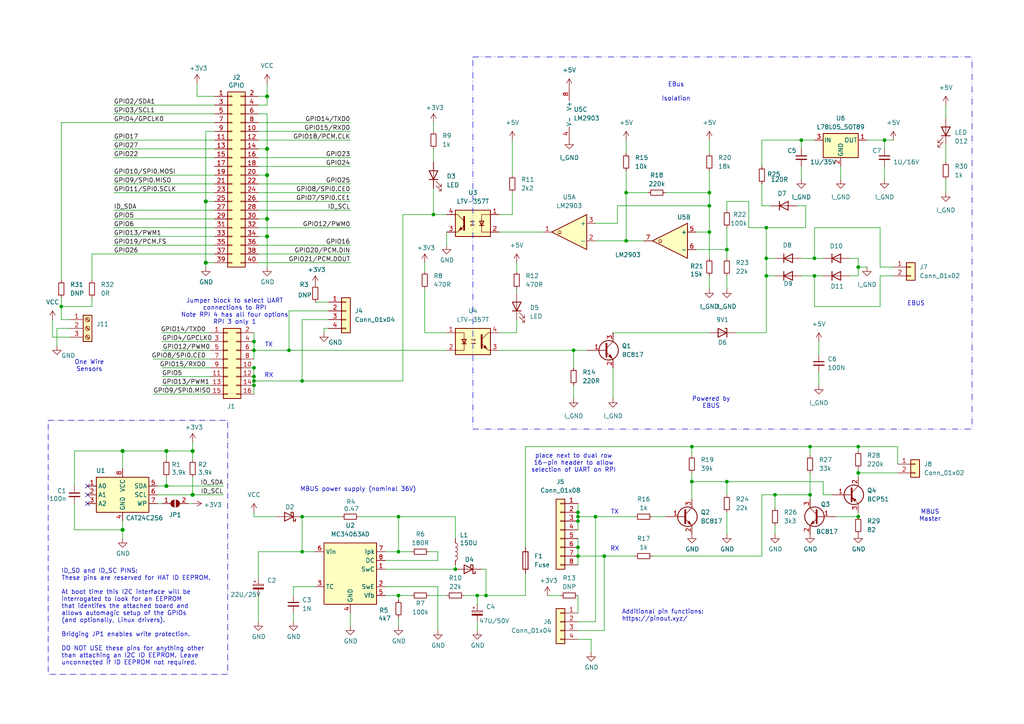
<source format=kicad_sch>
(kicad_sch (version 20231120) (generator "eeschema") (generator_version "8.0")
  (paper "A4")
  (title_block (date "15 nov 2012"))
  (lib_symbols
    (symbol "+5V_1" (power) (pin_numbers hide) (pin_names (offset 0) hide)
      (property "Value" "+5V" (at 0 3.556 0))
      (symbol "+5V_1_1_1"
        (pin power_in line (at 0 0 90) (length 0) (name "~") (number "1"))
      )
    )
    (symbol "Comparator:LM2903" (pin_names (offset 0.127))
      (property "Reference" "U" (at 3.81 3.81 0))
      (property "Value" "LM2903" (at 6.35 -3.81 0))
      (symbol "LM2903_1_1"
        (pin open_collector line (at 7.62 0 180) (length 2.54) (name "~") (number "1"))
        (pin input line (at -7.62 -2.54 0) (length 2.54) (name "-") (number "2"))
        (pin input line (at -7.62 2.54 0) (length 2.54) (name "+") (number "3"))
      )
      (symbol "LM2903_2_1"
        (pin input line (at -7.62 2.54 0) (length 2.54) (name "+") (number "5"))
        (pin input line (at -7.62 -2.54 0) (length 2.54) (name "-") (number "6"))
        (pin open_collector line (at 7.62 0 180) (length 2.54) (name "~") (number "7"))
      )
      (symbol "LM2903_3_1"
        (pin power_in line (at -2.54 -7.62 90) (length 3.81) (name "V-") (number "4"))
        (pin power_in line (at -2.54 7.62 270) (length 3.81) (name "V+") (number "8"))
      )
    )
    (symbol "Connector:Screw_Terminal_01x03" (pin_names (offset 1.016) hide)
      (property "Reference" "J" (at 0 5.08 0))
      (property "Value" "Screw_Terminal_01x03" (at 0 -5.08 0))
      (symbol "Screw_Terminal_01x03_1_1"
        (pin passive line (at -5.08 2.54 0) (length 3.81) (name "Pin_1") (number "1"))
        (pin passive line (at -5.08 0 0) (length 3.81) (name "Pin_2") (number "2"))
        (pin passive line (at -5.08 -2.54 0) (length 3.81) (name "Pin_3") (number "3"))
      )
    )
    (symbol "Connector_Generic:Conn_01x02" (pin_names (offset 1.016) hide)
      (property "Reference" "J" (at 0 2.54 0))
      (property "Value" "Conn_01x02" (at 0 -5.08 0))
      (symbol "Conn_01x02_1_1"
        (pin passive line (at -5.08 0 0) (length 3.81) (name "Pin_1") (number "1"))
        (pin passive line (at -5.08 -2.54 0) (length 3.81) (name "Pin_2") (number "2"))
      )
    )
    (symbol "Connector_Generic:Conn_01x04" (pin_names (offset 1.016) hide)
      (property "Reference" "J" (at 0 5.08 0))
      (property "Value" "Conn_01x04" (at 0 -7.62 0))
      (symbol "Conn_01x04_1_1"
        (pin passive line (at -5.08 2.54 0) (length 3.81) (name "Pin_1") (number "1"))
        (pin passive line (at -5.08 0 0) (length 3.81) (name "Pin_2") (number "2"))
        (pin passive line (at -5.08 -2.54 0) (length 3.81) (name "Pin_3") (number "3"))
        (pin passive line (at -5.08 -5.08 0) (length 3.81) (name "Pin_4") (number "4"))
      )
    )
    (symbol "Connector_Generic:Conn_01x08" (pin_names (offset 1.016) hide)
      (property "Reference" "J" (at 0 10.16 0))
      (property "Value" "Conn_01x08" (at 0 -12.7 0))
      (symbol "Conn_01x08_1_1"
        (pin passive line (at -5.08 7.62 0) (length 3.81) (name "Pin_1") (number "1"))
        (pin passive line (at -5.08 5.08 0) (length 3.81) (name "Pin_2") (number "2"))
        (pin passive line (at -5.08 2.54 0) (length 3.81) (name "Pin_3") (number "3"))
        (pin passive line (at -5.08 0 0) (length 3.81) (name "Pin_4") (number "4"))
        (pin passive line (at -5.08 -2.54 0) (length 3.81) (name "Pin_5") (number "5"))
        (pin passive line (at -5.08 -5.08 0) (length 3.81) (name "Pin_6") (number "6"))
        (pin passive line (at -5.08 -7.62 0) (length 3.81) (name "Pin_7") (number "7"))
        (pin passive line (at -5.08 -10.16 0) (length 3.81) (name "Pin_8") (number "8"))
      )
    )
    (symbol "Connector_Generic:Conn_02x08_Odd_Even" (pin_names (offset 1.016) hide)
      (property "Reference" "J" (at 1.27 10.16 0))
      (property "Value" "Conn_02x08_Odd_Even" (at 1.27 -12.7 0))
      (symbol "Conn_02x08_Odd_Even_1_1"
        (pin passive line (at -5.08 7.62 0) (length 3.81) (name "Pin_1") (number "1"))
        (pin passive line (at 7.62 -2.54 180) (length 3.81) (name "Pin_10") (number "10"))
        (pin passive line (at -5.08 -5.08 0) (length 3.81) (name "Pin_11") (number "11"))
        (pin passive line (at 7.62 -5.08 180) (length 3.81) (name "Pin_12") (number "12"))
        (pin passive line (at -5.08 -7.62 0) (length 3.81) (name "Pin_13") (number "13"))
        (pin passive line (at 7.62 -7.62 180) (length 3.81) (name "Pin_14") (number "14"))
        (pin passive line (at -5.08 -10.16 0) (length 3.81) (name "Pin_15") (number "15"))
        (pin passive line (at 7.62 -10.16 180) (length 3.81) (name "Pin_16") (number "16"))
        (pin passive line (at 7.62 7.62 180) (length 3.81) (name "Pin_2") (number "2"))
        (pin passive line (at -5.08 5.08 0) (length 3.81) (name "Pin_3") (number "3"))
        (pin passive line (at 7.62 5.08 180) (length 3.81) (name "Pin_4") (number "4"))
        (pin passive line (at -5.08 2.54 0) (length 3.81) (name "Pin_5") (number "5"))
        (pin passive line (at 7.62 2.54 180) (length 3.81) (name "Pin_6") (number "6"))
        (pin passive line (at -5.08 0 0) (length 3.81) (name "Pin_7") (number "7"))
        (pin passive line (at 7.62 0 180) (length 3.81) (name "Pin_8") (number "8"))
        (pin passive line (at -5.08 -2.54 0) (length 3.81) (name "Pin_9") (number "9"))
      )
    )
    (symbol "Connector_Generic:Conn_02x20_Odd_Even" (pin_names (offset 1.016) hide)
      (property "Reference" "J" (at 1.27 25.4 0))
      (property "Value" "Conn_02x20_Odd_Even" (at 1.27 -27.94 0))
      (symbol "Conn_02x20_Odd_Even_1_1"
        (pin passive line (at -5.08 22.86 0) (length 3.81) (name "Pin_1") (number "1"))
        (pin passive line (at 7.62 12.7 180) (length 3.81) (name "Pin_10") (number "10"))
        (pin passive line (at -5.08 10.16 0) (length 3.81) (name "Pin_11") (number "11"))
        (pin passive line (at 7.62 10.16 180) (length 3.81) (name "Pin_12") (number "12"))
        (pin passive line (at -5.08 7.62 0) (length 3.81) (name "Pin_13") (number "13"))
        (pin passive line (at 7.62 7.62 180) (length 3.81) (name "Pin_14") (number "14"))
        (pin passive line (at -5.08 5.08 0) (length 3.81) (name "Pin_15") (number "15"))
        (pin passive line (at 7.62 5.08 180) (length 3.81) (name "Pin_16") (number "16"))
        (pin passive line (at -5.08 2.54 0) (length 3.81) (name "Pin_17") (number "17"))
        (pin passive line (at 7.62 2.54 180) (length 3.81) (name "Pin_18") (number "18"))
        (pin passive line (at -5.08 0 0) (length 3.81) (name "Pin_19") (number "19"))
        (pin passive line (at 7.62 22.86 180) (length 3.81) (name "Pin_2") (number "2"))
        (pin passive line (at 7.62 0 180) (length 3.81) (name "Pin_20") (number "20"))
        (pin passive line (at -5.08 -2.54 0) (length 3.81) (name "Pin_21") (number "21"))
        (pin passive line (at 7.62 -2.54 180) (length 3.81) (name "Pin_22") (number "22"))
        (pin passive line (at -5.08 -5.08 0) (length 3.81) (name "Pin_23") (number "23"))
        (pin passive line (at 7.62 -5.08 180) (length 3.81) (name "Pin_24") (number "24"))
        (pin passive line (at -5.08 -7.62 0) (length 3.81) (name "Pin_25") (number "25"))
        (pin passive line (at 7.62 -7.62 180) (length 3.81) (name "Pin_26") (number "26"))
        (pin passive line (at -5.08 -10.16 0) (length 3.81) (name "Pin_27") (number "27"))
        (pin passive line (at 7.62 -10.16 180) (length 3.81) (name "Pin_28") (number "28"))
        (pin passive line (at -5.08 -12.7 0) (length 3.81) (name "Pin_29") (number "29"))
        (pin passive line (at -5.08 20.32 0) (length 3.81) (name "Pin_3") (number "3"))
        (pin passive line (at 7.62 -12.7 180) (length 3.81) (name "Pin_30") (number "30"))
        (pin passive line (at -5.08 -15.24 0) (length 3.81) (name "Pin_31") (number "31"))
        (pin passive line (at 7.62 -15.24 180) (length 3.81) (name "Pin_32") (number "32"))
        (pin passive line (at -5.08 -17.78 0) (length 3.81) (name "Pin_33") (number "33"))
        (pin passive line (at 7.62 -17.78 180) (length 3.81) (name "Pin_34") (number "34"))
        (pin passive line (at -5.08 -20.32 0) (length 3.81) (name "Pin_35") (number "35"))
        (pin passive line (at 7.62 -20.32 180) (length 3.81) (name "Pin_36") (number "36"))
        (pin passive line (at -5.08 -22.86 0) (length 3.81) (name "Pin_37") (number "37"))
        (pin passive line (at 7.62 -22.86 180) (length 3.81) (name "Pin_38") (number "38"))
        (pin passive line (at -5.08 -25.4 0) (length 3.81) (name "Pin_39") (number "39"))
        (pin passive line (at 7.62 20.32 180) (length 3.81) (name "Pin_4") (number "4"))
        (pin passive line (at 7.62 -25.4 180) (length 3.81) (name "Pin_40") (number "40"))
        (pin passive line (at -5.08 17.78 0) (length 3.81) (name "Pin_5") (number "5"))
        (pin passive line (at 7.62 17.78 180) (length 3.81) (name "Pin_6") (number "6"))
        (pin passive line (at -5.08 15.24 0) (length 3.81) (name "Pin_7") (number "7"))
        (pin passive line (at 7.62 15.24 180) (length 3.81) (name "Pin_8") (number "8"))
        (pin passive line (at -5.08 12.7 0) (length 3.81) (name "Pin_9") (number "9"))
      )
    )
    (symbol "Device:C_Polarized_Small" (pin_numbers hide) (pin_names (offset 0.254) hide)
      (property "Reference" "C" (at 0.254 1.778 0))
      (property "Value" "C_Polarized_Small" (at 0.254 -2.032 0))
      (symbol "C_Polarized_Small_1_1"
        (pin passive line (at 0 2.54 270) (length 1.8542) (name "~") (number "1"))
        (pin passive line (at 0 -2.54 90) (length 1.8542) (name "~") (number "2"))
      )
    )
    (symbol "Device:C_Small" (pin_numbers hide) (pin_names (offset 0.254) hide)
      (property "Reference" "C" (at 0.254 1.778 0))
      (property "Value" "C_Small" (at 0.254 -2.032 0))
      (symbol "C_Small_1_1"
        (pin passive line (at 0 2.54 270) (length 2.032) (name "~") (number "1"))
        (pin passive line (at 0 -2.54 90) (length 2.032) (name "~") (number "2"))
      )
    )
    (symbol "Device:D_Schottky" (pin_numbers hide) (pin_names (offset 1.016) hide)
      (property "Reference" "D" (at 0 2.54 0))
      (property "Value" "D_Schottky" (at 0 -2.54 0))
      (symbol "D_Schottky_1_1"
        (pin passive line (at -3.81 0 0) (length 2.54) (name "K") (number "1"))
        (pin passive line (at 3.81 0 180) (length 2.54) (name "A") (number "2"))
      )
    )
    (symbol "Device:D_Zener" (pin_numbers hide) (pin_names (offset 1.016) hide)
      (property "Reference" "D" (at 0 2.54 0))
      (property "Value" "D_Zener" (at 0 -2.54 0))
      (symbol "D_Zener_1_1"
        (pin passive line (at -3.81 0 0) (length 2.54) (name "K") (number "1"))
        (pin passive line (at 3.81 0 180) (length 2.54) (name "A") (number "2"))
      )
    )
    (symbol "Device:Fuse" (pin_numbers hide) (pin_names (offset 0))
      (property "Reference" "F" (at 2.032 0 90))
      (property "Value" "Fuse" (at -1.905 0 90))
      (symbol "Fuse_1_1"
        (pin passive line (at 0 3.81 270) (length 1.27) (name "~") (number "1"))
        (pin passive line (at 0 -3.81 90) (length 1.27) (name "~") (number "2"))
      )
    )
    (symbol "Device:L" (pin_numbers hide) (pin_names (offset 1.016) hide)
      (property "Reference" "L" (at -1.27 0 90))
      (property "Value" "L" (at 1.905 0 90))
      (symbol "L_1_1"
        (pin passive line (at 0 3.81 270) (length 1.27) (name "1") (number "1"))
        (pin passive line (at 0 -3.81 90) (length 1.27) (name "2") (number "2"))
      )
    )
    (symbol "Device:LED" (pin_numbers hide) (pin_names (offset 1.016) hide)
      (property "Reference" "D" (at 0 2.54 0))
      (property "Value" "LED" (at 0 -2.54 0))
      (symbol "LED_1_1"
        (pin passive line (at -3.81 0 0) (length 2.54) (name "K") (number "1"))
        (pin passive line (at 3.81 0 180) (length 2.54) (name "A") (number "2"))
      )
    )
    (symbol "Device:R_Small" (pin_numbers hide) (pin_names (offset 0.254) hide)
      (property "Reference" "R" (at 0.762 0.508 0))
      (property "Value" "R_Small" (at 0.762 -1.016 0))
      (symbol "R_Small_1_1"
        (pin passive line (at 0 2.54 270) (length 0.762) (name "~") (number "1"))
        (pin passive line (at 0 -2.54 90) (length 0.762) (name "~") (number "2"))
      )
    )
    (symbol "Diode:BAS16W" (pin_numbers hide) (pin_names hide)
      (property "Reference" "D" (at 0 2.54 0))
      (property "Value" "BAS16W" (at 0 -2.54 0))
      (symbol "BAS16W_1_1"
        (pin passive line (at 3.81 0 180) (length 2.54) (name "A") (number "1"))
        (pin no_connect line (at -1.27 0 0) (length 2.54) hide (name "NC") (number "2"))
        (pin passive line (at -3.81 0 0) (length 2.54) (name "K") (number "3"))
      )
    )
    (symbol "GND_1" (power) (pin_numbers hide) (pin_names (offset 0) hide)
      (property "Value" "GND" (at 0 -3.81 0))
      (symbol "GND_1_1_1"
        (pin power_in line (at 0 0 270) (length 0) (name "~") (number "1"))
      )
    )
    (symbol "Isolator:LTV-357T" (pin_names (offset 1.016))
      (property "Reference" "U" (at -5.334 4.826 0))
      (property "Value" "LTV-357T" (at 0 5.08 0))
      (symbol "LTV-357T_1_1"
        (pin passive line (at -7.62 2.54 0) (length 2.54) (name "~") (number "1"))
        (pin passive line (at -7.62 -2.54 0) (length 2.54) (name "~") (number "2"))
        (pin passive line (at 7.62 -2.54 180) (length 2.54) (name "~") (number "3"))
        (pin passive line (at 7.62 2.54 180) (length 2.54) (name "~") (number "4"))
      )
    )
    (symbol "Jumper:SolderJumper_2_Open" (pin_names (offset 0) hide)
      (property "Reference" "JP" (at 0 2.032 0))
      (property "Value" "SolderJumper_2_Open" (at 0 -2.54 0))
      (symbol "SolderJumper_2_Open_1_1"
        (pin passive line (at -3.81 0 0) (length 2.54) (name "A") (number "1"))
        (pin passive line (at 3.81 0 180) (length 2.54) (name "B") (number "2"))
      )
    )
    (symbol "Memory_EEPROM:CAT24C256"
      (property "Reference" "U" (at -6.35 6.35 0))
      (property "Value" "CAT24C256" (at 1.27 6.35 0))
      (symbol "CAT24C256_1_1"
        (pin input line (at -10.16 2.54 0) (length 2.54) (name "A0") (number "1"))
        (pin input line (at -10.16 0 0) (length 2.54) (name "A1") (number "2"))
        (pin input line (at -10.16 -2.54 0) (length 2.54) (name "A2") (number "3"))
        (pin power_in line (at 0 -7.62 90) (length 2.54) (name "GND") (number "4"))
        (pin bidirectional line (at 10.16 2.54 180) (length 2.54) (name "SDA") (number "5"))
        (pin input line (at 10.16 0 180) (length 2.54) (name "SCL") (number "6"))
        (pin input line (at 10.16 -2.54 180) (length 2.54) (name "WP") (number "7"))
        (pin power_in line (at 0 7.62 270) (length 2.54) (name "VCC") (number "8"))
      )
    )
    (symbol "Regulator_Linear:L78L05_SOT89" (pin_names (offset 0.254))
      (property "Reference" "U" (at -3.81 3.175 0))
      (property "Value" "L78L05_SOT89" (at -0.635 3.175 0))
      (symbol "L78L05_SOT89_1_1"
        (pin power_out line (at 7.62 0 180) (length 2.54) (name "OUT") (number "1"))
        (pin power_in line (at 0 -7.62 90) (length 2.54) (name "GND") (number "2"))
        (pin power_in line (at -7.62 0 0) (length 2.54) (name "IN") (number "3"))
      )
    )
    (symbol "Regulator_Switching:MC34063AD"
      (property "Reference" "U" (at -7.62 8.89 0))
      (property "Value" "MC34063AD" (at 0 8.89 0))
      (symbol "MC34063AD_1_1"
        (pin open_collector line (at 10.16 0 180) (length 2.54) (name "SwC") (number "1"))
        (pin open_emitter line (at 10.16 -5.08 180) (length 2.54) (name "SwE") (number "2"))
        (pin passive line (at -10.16 -5.08 0) (length 2.54) (name "TC") (number "3"))
        (pin power_in line (at 0 -12.7 90) (length 2.54) (name "GND") (number "4"))
        (pin input line (at 10.16 -7.62 180) (length 2.54) (name "Vfb") (number "5"))
        (pin power_in line (at -10.16 5.08 0) (length 2.54) (name "Vin") (number "6"))
        (pin input line (at 10.16 5.08 180) (length 2.54) (name "Ipk") (number "7"))
        (pin open_collector line (at 10.16 2.54 180) (length 2.54) (name "DC") (number "8"))
      )
    )
    (symbol "Transistor_BJT:BC817" (pin_names (offset 0) hide)
      (property "Reference" "Q" (at 5.08 1.905 0))
      (property "Value" "BC817" (at 5.08 0 0))
      (symbol "BC817_1_1"
        (pin input line (at -5.08 0 0) (length 5.715) (name "B") (number "1"))
        (pin passive line (at 2.54 -5.08 90) (length 2.54) (name "E") (number "2"))
        (pin passive line (at 2.54 5.08 270) (length 2.54) (name "C") (number "3"))
      )
    )
    (symbol "Transistor_BJT:BCP51" (pin_names (offset 0) hide)
      (property "Reference" "Q" (at 5.08 1.905 0))
      (property "Value" "BCP51" (at 5.08 0 0))
      (symbol "BCP51_1_1"
        (pin input line (at -5.08 0 0) (length 5.08) (name "B") (number "1"))
        (pin passive line (at 2.54 5.08 270) (length 2.54) (name "C") (number "2"))
        (pin passive line (at 2.54 -5.08 90) (length 2.54) (name "E") (number "3"))
      )
    )
    (symbol "power:+3.3V" (power) (pin_names (offset 0))
      (property "Value" "+3.3V" (at 0 3.556 0))
      (symbol "+3.3V_1_1"
        (pin power_in line (at 0 0 90) (length 0) hide (name "+3V3") (number "1"))
      )
    )
    (symbol "power:GND" (power) (pin_names (offset 0))
      (property "Value" "GND" (at 0 -3.81 0))
      (symbol "GND_1_1"
        (pin power_in line (at 0 0 270) (length 0) hide (name "GND") (number "1"))
      )
    )
    (symbol "power:VCC" (power) (pin_numbers hide) (pin_names (offset 0) hide)
      (property "Value" "VCC" (at 0 3.556 0))
      (symbol "VCC_1_1"
        (pin power_in line (at 0 0 90) (length 0) (name "~") (number "1"))
      )
    )
  )
  (junction (at 256.54 40.64))
  (junction (at 210.82 139.7))
  (junction (at 115.57 160.02))
  (junction (at 73.66 110.49))
  (junction (at 175.26 161.29))
  (junction (at 55.88 130.81) (diameter 1.016))
  (junction (at 48.26 130.81) (diameter 1.016))
  (junction (at 73.66 101.6))
  (junction (at 210.82 72.39))
  (junction (at 181.61 55.88))
  (junction (at 73.66 99.06))
  (junction (at 205.74 67.31))
  (junction (at 77.47 27.94) (diameter 1.016))
  (junction (at 248.92 149.86))
  (junction (at 248.92 129.54))
  (junction (at 248.92 77.47))
  (junction (at 87.63 149.86))
  (junction (at 234.95 143.51))
  (junction (at 77.47 50.8) (diameter 1.016))
  (junction (at 73.66 109.22))
  (junction (at 222.25 66.04))
  (junction (at 87.63 160.02))
  (junction (at 167.64 151.13))
  (junction (at 205.74 55.88))
  (junction (at 236.22 74.93))
  (junction (at 77.47 63.5) (diameter 1.016))
  (junction (at 222.25 74.93))
  (junction (at 167.64 161.29))
  (junction (at 35.56 153.67) (diameter 1.016))
  (junction (at 205.74 59.69))
  (junction (at 200.66 129.54))
  (junction (at 132.08 165.1))
  (junction (at 77.47 43.18) (diameter 1.016))
  (junction (at 87.63 110.49))
  (junction (at 55.88 143.51) (diameter 1.016))
  (junction (at 222.25 80.01))
  (junction (at 138.43 172.72))
  (junction (at 167.64 149.86))
  (junction (at 172.72 149.86))
  (junction (at 166.37 101.6))
  (junction (at 59.69 58.42) (diameter 1.016))
  (junction (at 234.95 129.54))
  (junction (at 17.78 88.9))
  (junction (at 125.73 62.23))
  (junction (at 167.64 158.75))
  (junction (at 77.47 68.58) (diameter 1.016))
  (junction (at 140.97 172.72))
  (junction (at 59.69 76.2) (diameter 1.016))
  (junction (at 48.26 140.97) (diameter 1.016))
  (junction (at 115.57 172.72))
  (junction (at 200.66 139.7))
  (junction (at 73.66 106.68))
  (junction (at 248.92 137.16))
  (junction (at 232.41 40.64))
  (junction (at 224.79 143.51))
  (junction (at 181.61 69.85))
  (junction (at 83.82 101.6))
  (junction (at 236.22 80.01))
  (junction (at 167.64 148.59))
  (junction (at 35.56 130.81) (diameter 1.016))
  (junction (at 73.66 111.76))
  (junction (at 115.57 149.86))
  (no_connect (at 25.4 146.05))
  (no_connect (at 25.4 143.51))
  (no_connect (at 25.4 140.97))
  (wire (pts (xy 35.56 130.81) (xy 35.56 135.89)))
  (wire (pts (xy 232.41 74.93) (xy 236.22 74.93)))
  (wire (pts (xy 172.72 64.77) (xy 179.07 64.77)))
  (wire (pts (xy 74.93 38.1) (xy 101.6 38.1)))
  (wire (pts (xy 77.47 68.58) (xy 77.47 77.47)))
  (wire (pts (xy 115.57 160.02) (xy 111.76 160.02)))
  (wire (pts (xy 220.98 40.64) (xy 232.41 40.64)))
  (wire (pts (xy 77.47 63.5) (xy 74.93 63.5)))
  (wire (pts (xy 46.99 96.52) (xy 60.96 96.52)))
  (wire (pts (xy 205.74 59.69) (xy 205.74 67.31)))
  (wire (pts (xy 91.44 87.63) (xy 95.25 87.63)))
  (wire (pts (xy 101.6 177.8) (xy 101.6 181.61)))
  (wire (pts (xy 44.45 114.3) (xy 60.96 114.3)))
  (wire (pts (xy 59.69 58.42) (xy 59.69 76.2)))
  (wire (pts (xy 59.69 58.42) (xy 62.23 58.42)))
  (wire (pts (xy 224.79 80.01) (xy 222.25 80.01)))
  (wire (pts (xy 184.15 149.86) (xy 172.72 149.86)))
  (wire (pts (xy 91.44 170.18) (xy 85.09 170.18)))
  (wire (pts (xy 77.47 27.94) (xy 77.47 30.48)))
  (wire (pts (xy 132.08 156.21) (xy 132.08 149.86)))
  (wire (pts (xy 220.98 59.69) (xy 223.52 59.69)))
  (wire (pts (xy 238.76 143.51) (xy 238.76 139.7)))
  (wire (pts (xy 74.93 172.72) (xy 74.93 180.34)))
  (wire (pts (xy 210.82 72.39) (xy 210.82 74.93)))
  (wire (pts (xy 73.66 110.49) (xy 73.66 111.76)))
  (wire (pts (xy 129.54 62.23) (xy 125.73 62.23)))
  (wire (pts (xy 167.64 158.75) (xy 167.64 161.29)))
  (wire (pts (xy 48.26 138.43) (xy 48.26 140.97)))
  (wire (pts (xy 123.19 76.2) (xy 123.19 78.74)))
  (wire (pts (xy 205.74 40.64) (xy 205.74 44.45)))
  (wire (pts (xy 248.92 80.01) (xy 248.92 77.47)))
  (wire (pts (xy 83.82 101.6) (xy 129.54 101.6)))
  (wire (pts (xy 95.25 95.25) (xy 93.98 95.25)))
  (wire (pts (xy 205.74 67.31) (xy 205.74 74.93)))
  (wire (pts (xy 255.27 80.01) (xy 255.27 88.9)))
  (wire (pts (xy 87.63 160.02) (xy 91.44 160.02)))
  (wire (pts (xy 73.66 106.68) (xy 73.66 109.22)))
  (wire (pts (xy 167.64 172.72) (xy 167.64 177.8)))
  (wire (pts (xy 186.69 69.85) (xy 181.61 69.85)))
  (wire (pts (xy 201.93 72.39) (xy 210.82 72.39)))
  (wire (pts (xy 127 162.56) (xy 127 160.02)))
  (wire (pts (xy 77.47 33.02) (xy 74.93 33.02)))
  (wire (pts (xy 59.69 76.2) (xy 62.23 76.2)))
  (wire (pts (xy 200.66 132.08) (xy 200.66 129.54)))
  (wire (pts (xy 234.95 137.16) (xy 234.95 143.51)))
  (wire (pts (xy 167.64 180.34) (xy 172.72 180.34)))
  (wire (pts (xy 222.25 80.01) (xy 222.25 74.93)))
  (wire (pts (xy 74.93 40.64) (xy 101.6 40.64)))
  (wire (pts (xy 248.92 77.47) (xy 248.92 74.93)))
  (wire (pts (xy 74.93 35.56) (xy 101.6 35.56)))
  (wire (pts (xy 48.26 130.81) (xy 48.26 133.35)))
  (wire (pts (xy 140.97 172.72) (xy 152.4 172.72)))
  (wire (pts (xy 115.57 160.02) (xy 119.38 160.02)))
  (wire (pts (xy 274.32 30.48) (xy 274.32 34.29)))
  (wire (pts (xy 125.73 43.18) (xy 125.73 46.99)))
  (wire (pts (xy 74.93 167.64) (xy 74.93 160.02)))
  (wire (pts (xy 134.62 172.72) (xy 138.43 172.72)))
  (wire (pts (xy 232.41 80.01) (xy 236.22 80.01)))
  (wire (pts (xy 123.19 96.52) (xy 123.19 83.82)))
  (wire (pts (xy 274.32 41.91) (xy 274.32 46.99)))
  (wire (pts (xy 62.23 68.58) (xy 33.02 68.58)))
  (wire (pts (xy 149.86 92.71) (xy 149.86 96.52)))
  (wire (pts (xy 167.64 151.13) (xy 167.64 153.67)))
  (wire (pts (xy 33.02 71.12) (xy 62.23 71.12)))
  (wire (pts (xy 55.88 138.43) (xy 55.88 143.51)))
  (wire (pts (xy 248.92 148.59) (xy 248.92 149.86)))
  (wire (pts (xy 87.63 110.49) (xy 73.66 110.49)))
  (wire (pts (xy 193.04 55.88) (xy 205.74 55.88)))
  (wire (pts (xy 33.02 45.72) (xy 62.23 45.72)))
  (wire (pts (xy 26.67 73.66) (xy 26.67 81.28)))
  (wire (pts (xy 127 160.02) (xy 124.46 160.02)))
  (wire (pts (xy 236.22 80.01) (xy 238.76 80.01)))
  (wire (pts (xy 48.26 140.97) (xy 64.77 140.97)))
  (wire (pts (xy 234.95 132.08) (xy 234.95 129.54)))
  (wire (pts (xy 129.54 96.52) (xy 123.19 96.52)))
  (wire (pts (xy 166.37 111.76) (xy 166.37 115.57)))
  (wire (pts (xy 231.14 59.69) (xy 233.68 59.69)))
  (wire (pts (xy 246.38 74.93) (xy 248.92 74.93)))
  (wire (pts (xy 237.49 99.06) (xy 237.49 102.87)))
  (wire (pts (xy 35.56 130.81) (xy 21.59 130.81)))
  (wire (pts (xy 233.68 66.04) (xy 222.25 66.04)))
  (wire (pts (xy 236.22 74.93) (xy 238.76 74.93)))
  (wire (pts (xy 167.64 182.88) (xy 175.26 182.88)))
  (wire (pts (xy 217.17 66.04) (xy 222.25 66.04)))
  (wire (pts (xy 73.66 101.6) (xy 73.66 104.14)))
  (wire (pts (xy 172.72 149.86) (xy 167.64 149.86)))
  (wire (pts (xy 44.45 104.14) (xy 60.96 104.14)))
  (wire (pts (xy 175.26 161.29) (xy 175.26 182.88)))
  (wire (pts (xy 179.07 64.77) (xy 179.07 59.69)))
  (wire (pts (xy 45.72 143.51) (xy 55.88 143.51)))
  (wire (pts (xy 74.93 55.88) (xy 101.6 55.88)))
  (wire (pts (xy 205.74 80.01) (xy 205.74 83.82)))
  (wire (pts (xy 77.47 27.94) (xy 74.93 27.94)))
  (wire (pts (xy 21.59 153.67) (xy 35.56 153.67)))
  (wire (pts (xy 224.79 143.51) (xy 234.95 143.51)))
  (wire (pts (xy 74.93 66.04) (xy 101.6 66.04)))
  (wire (pts (xy 210.82 58.42) (xy 217.17 58.42)))
  (wire (pts (xy 205.74 96.52) (xy 177.8 96.52)))
  (wire (pts (xy 242.57 149.86) (xy 248.92 149.86)))
  (wire (pts (xy 166.37 106.68) (xy 166.37 101.6)))
  (wire (pts (xy 62.23 60.96) (xy 33.02 60.96)))
  (wire (pts (xy 205.74 49.53) (xy 205.74 55.88)))
  (wire (pts (xy 46.99 109.22) (xy 60.96 109.22)))
  (wire (pts (xy 210.82 148.59) (xy 210.82 154.94)))
  (wire (pts (xy 125.73 62.23) (xy 125.73 54.61)))
  (wire (pts (xy 260.35 134.62) (xy 260.35 129.54)))
  (wire (pts (xy 210.82 80.01) (xy 210.82 83.82)))
  (wire (pts (xy 85.09 177.8) (xy 85.09 180.34)))
  (wire (pts (xy 259.08 77.47) (xy 255.27 77.47)))
  (wire (pts (xy 17.78 35.56) (xy 17.78 81.28)))
  (wire (pts (xy 59.69 38.1) (xy 62.23 38.1)))
  (wire (pts (xy 104.14 149.86) (xy 115.57 149.86)))
  (wire (pts (xy 237.49 107.95) (xy 237.49 111.76)))
  (wire (pts (xy 177.8 106.68) (xy 177.8 115.57)))
  (wire (pts (xy 236.22 66.04) (xy 236.22 74.93)))
  (wire (pts (xy 171.45 189.23) (xy 171.45 185.42)))
  (wire (pts (xy 62.23 50.8) (xy 33.02 50.8)))
  (wire (pts (xy 248.92 135.89) (xy 248.92 137.16)))
  (wire (pts (xy 35.56 151.13) (xy 35.56 153.67)))
  (wire (pts (xy 87.63 160.02) (xy 87.63 149.86)))
  (wire (pts (xy 200.66 129.54) (xy 152.4 129.54)))
  (wire (pts (xy 149.86 83.82) (xy 149.86 85.09)))
  (wire (pts (xy 200.66 144.78) (xy 200.66 139.7)))
  (wire (pts (xy 17.78 92.71) (xy 20.32 92.71)))
  (wire (pts (xy 148.59 62.23) (xy 148.59 55.88)))
  (wire (pts (xy 179.07 59.69) (xy 205.74 59.69)))
  (wire (pts (xy 74.93 53.34) (xy 101.6 53.34)))
  (wire (pts (xy 45.72 146.05) (xy 46.99 146.05)))
  (wire (pts (xy 111.76 170.18) (xy 127 170.18)))
  (wire (pts (xy 222.25 80.01) (xy 222.25 96.52)))
  (wire (pts (xy 115.57 172.72) (xy 119.38 172.72)))
  (wire (pts (xy 260.35 129.54) (xy 248.92 129.54)))
  (wire (pts (xy 210.82 139.7) (xy 210.82 143.51)))
  (wire (pts (xy 16.51 95.25) (xy 20.32 95.25)))
  (wire (pts (xy 220.98 53.34) (xy 220.98 59.69)))
  (wire (pts (xy 256.54 40.64) (xy 259.08 40.64)))
  (wire (pts (xy 132.08 163.83) (xy 132.08 165.1)))
  (wire (pts (xy 73.66 101.6) (xy 83.82 101.6)))
  (wire (pts (xy 200.66 139.7) (xy 210.82 139.7)))
  (wire (pts (xy 74.93 45.72) (xy 101.6 45.72)))
  (wire (pts (xy 167.64 156.21) (xy 167.64 158.75)))
  (wire (pts (xy 248.92 77.47) (xy 251.46 77.47)))
  (wire (pts (xy 57.15 27.94) (xy 62.23 27.94)))
  (wire (pts (xy 200.66 137.16) (xy 200.66 139.7)))
  (wire (pts (xy 77.47 43.18) (xy 74.93 43.18)))
  (wire (pts (xy 255.27 66.04) (xy 236.22 66.04)))
  (wire (pts (xy 140.97 165.1) (xy 140.97 172.72)))
  (wire (pts (xy 62.23 30.48) (xy 33.02 30.48)))
  (wire (pts (xy 73.66 96.52) (xy 73.66 99.06)))
  (wire (pts (xy 16.51 95.25) (xy 16.51 100.33)))
  (wire (pts (xy 167.64 161.29) (xy 175.26 161.29)))
  (wire (pts (xy 46.99 101.6) (xy 60.96 101.6)))
  (wire (pts (xy 166.37 101.6) (xy 170.18 101.6)))
  (wire (pts (xy 181.61 55.88) (xy 187.96 55.88)))
  (wire (pts (xy 111.76 162.56) (xy 127 162.56)))
  (wire (pts (xy 59.69 38.1) (xy 59.69 58.42)))
  (wire (pts (xy 55.88 128.27) (xy 55.88 130.81)))
  (wire (pts (xy 217.17 58.42) (xy 217.17 66.04)))
  (wire (pts (xy 251.46 40.64) (xy 256.54 40.64)))
  (wire (pts (xy 236.22 88.9) (xy 236.22 80.01)))
  (wire (pts (xy 73.66 111.76) (xy 73.66 114.3)))
  (wire (pts (xy 210.82 60.96) (xy 210.82 58.42)))
  (wire (pts (xy 158.75 172.72) (xy 162.56 172.72)))
  (wire (pts (xy 77.47 33.02) (xy 77.47 43.18)))
  (wire (pts (xy 152.4 129.54) (xy 152.4 158.75)))
  (wire (pts (xy 256.54 48.26) (xy 256.54 52.07)))
  (wire (pts (xy 167.64 185.42) (xy 171.45 185.42)))
  (wire (pts (xy 181.61 40.64) (xy 181.61 44.45)))
  (wire (pts (xy 138.43 172.72) (xy 140.97 172.72)))
  (wire (pts (xy 95.25 92.71) (xy 87.63 92.71)))
  (wire (pts (xy 33.02 63.5) (xy 62.23 63.5)))
  (wire (pts (xy 234.95 143.51) (xy 234.95 144.78)))
  (wire (pts (xy 241.3 143.51) (xy 238.76 143.51)))
  (wire (pts (xy 224.79 143.51) (xy 224.79 147.32)))
  (wire (pts (xy 77.47 63.5) (xy 77.47 68.58)))
  (wire (pts (xy 73.66 148.59) (xy 73.66 149.86)))
  (wire (pts (xy 222.25 74.93) (xy 224.79 74.93)))
  (wire (pts (xy 83.82 90.17) (xy 83.82 101.6)))
  (wire (pts (xy 243.84 48.26) (xy 243.84 52.07)))
  (wire (pts (xy 33.02 66.04) (xy 62.23 66.04)))
  (wire (pts (xy 144.78 62.23) (xy 148.59 62.23)))
  (wire (pts (xy 111.76 165.1) (xy 132.08 165.1)))
  (wire (pts (xy 55.88 130.81) (xy 48.26 130.81)))
  (wire (pts (xy 62.23 40.64) (xy 33.02 40.64)))
  (wire (pts (xy 15.24 97.79) (xy 20.32 97.79)))
  (wire (pts (xy 115.57 172.72) (xy 115.57 173.99)))
  (wire (pts (xy 33.02 43.18) (xy 62.23 43.18)))
  (wire (pts (xy 232.41 40.64) (xy 236.22 40.64)))
  (wire (pts (xy 26.67 86.36) (xy 26.67 88.9)))
  (wire (pts (xy 232.41 48.26) (xy 232.41 52.07)))
  (wire (pts (xy 33.02 55.88) (xy 62.23 55.88)))
  (wire (pts (xy 167.64 148.59) (xy 167.64 146.05)))
  (wire (pts (xy 129.54 67.31) (xy 129.54 71.12)))
  (wire (pts (xy 255.27 77.47) (xy 255.27 66.04)))
  (wire (pts (xy 248.92 137.16) (xy 248.92 138.43)))
  (wire (pts (xy 116.84 62.23) (xy 116.84 110.49)))
  (wire (pts (xy 73.66 99.06) (xy 73.66 101.6)))
  (wire (pts (xy 17.78 88.9) (xy 26.67 88.9)))
  (wire (pts (xy 220.98 143.51) (xy 224.79 143.51)))
  (wire (pts (xy 181.61 69.85) (xy 181.61 55.88)))
  (wire (pts (xy 138.43 175.26) (xy 138.43 172.72)))
  (wire (pts (xy 21.59 146.05) (xy 21.59 153.67)))
  (wire (pts (xy 73.66 149.86) (xy 80.01 149.86)))
  (wire (pts (xy 77.47 24.13) (xy 77.47 27.94)))
  (wire (pts (xy 93.98 95.25) (xy 93.98 96.52)))
  (wire (pts (xy 45.72 140.97) (xy 48.26 140.97)))
  (wire (pts (xy 73.66 106.68) (xy 72.39 106.68)))
  (wire (pts (xy 77.47 50.8) (xy 74.93 50.8)))
  (wire (pts (xy 59.69 76.2) (xy 59.69 77.47)))
  (wire (pts (xy 77.47 50.8) (xy 77.47 63.5)))
  (wire (pts (xy 85.09 170.18) (xy 85.09 172.72)))
  (wire (pts (xy 224.79 152.4) (xy 224.79 154.94)))
  (wire (pts (xy 248.92 129.54) (xy 248.92 130.81)))
  (wire (pts (xy 132.08 149.86) (xy 115.57 149.86)))
  (wire (pts (xy 139.7 165.1) (xy 140.97 165.1)))
  (wire (pts (xy 144.78 101.6) (xy 166.37 101.6)))
  (wire (pts (xy 74.93 160.02) (xy 87.63 160.02)))
  (wire (pts (xy 33.02 53.34) (xy 62.23 53.34)))
  (wire (pts (xy 200.66 129.54) (xy 234.95 129.54)))
  (wire (pts (xy 167.64 149.86) (xy 167.64 151.13)))
  (wire (pts (xy 17.78 35.56) (xy 62.23 35.56)))
  (wire (pts (xy 152.4 166.37) (xy 152.4 172.72)))
  (wire (pts (xy 77.47 43.18) (xy 77.47 50.8)))
  (wire (pts (xy 87.63 92.71) (xy 87.63 110.49)))
  (wire (pts (xy 148.59 40.64) (xy 148.59 50.8)))
  (wire (pts (xy 167.64 149.86) (xy 167.64 148.59)))
  (wire (pts (xy 201.93 67.31) (xy 205.74 67.31)))
  (wire (pts (xy 248.92 137.16) (xy 260.35 137.16)))
  (wire (pts (xy 213.36 96.52) (xy 222.25 96.52)))
  (wire (pts (xy 233.68 59.69) (xy 233.68 66.04)))
  (wire (pts (xy 210.82 66.04) (xy 210.82 72.39)))
  (wire (pts (xy 74.93 76.2) (xy 101.6 76.2)))
  (wire (pts (xy 74.93 48.26) (xy 101.6 48.26)))
  (wire (pts (xy 149.86 76.2) (xy 149.86 78.74)))
  (wire (pts (xy 175.26 161.29) (xy 184.15 161.29)))
  (wire (pts (xy 55.88 143.51) (xy 64.77 143.51)))
  (wire (pts (xy 220.98 161.29) (xy 220.98 143.51)))
  (wire (pts (xy 55.88 133.35) (xy 55.88 130.81)))
  (wire (pts (xy 259.08 80.01) (xy 255.27 80.01)))
  (wire (pts (xy 138.43 180.34) (xy 138.43 182.88)))
  (wire (pts (xy 74.93 71.12) (xy 101.6 71.12)))
  (wire (pts (xy 17.78 86.36) (xy 17.78 88.9)))
  (wire (pts (xy 125.73 62.23) (xy 116.84 62.23)))
  (wire (pts (xy 189.23 149.86) (xy 193.04 149.86)))
  (wire (pts (xy 125.73 35.56) (xy 125.73 38.1)))
  (wire (pts (xy 220.98 48.26) (xy 220.98 40.64)))
  (wire (pts (xy 255.27 88.9) (xy 236.22 88.9)))
  (wire (pts (xy 127 170.18) (xy 127 182.88)))
  (wire (pts (xy 172.72 69.85) (xy 181.61 69.85)))
  (wire (pts (xy 46.99 106.68) (xy 60.96 106.68)))
  (wire (pts (xy 54.61 146.05) (xy 55.88 146.05)))
  (wire (pts (xy 167.64 161.29) (xy 167.64 163.83)))
  (wire (pts (xy 234.95 129.54) (xy 248.92 129.54)))
  (wire (pts (xy 35.56 130.81) (xy 48.26 130.81)))
  (wire (pts (xy 35.56 153.67) (xy 35.56 156.21)))
  (wire (pts (xy 115.57 149.86) (xy 115.57 160.02)))
  (wire (pts (xy 189.23 161.29) (xy 220.98 161.29)))
  (wire (pts (xy 77.47 68.58) (xy 74.93 68.58)))
  (wire (pts (xy 17.78 88.9) (xy 17.78 92.71)))
  (wire (pts (xy 172.72 149.86) (xy 172.72 180.34)))
  (wire (pts (xy 181.61 49.53) (xy 181.61 55.88)))
  (wire (pts (xy 115.57 179.07) (xy 115.57 181.61)))
  (wire (pts (xy 116.84 110.49) (xy 87.63 110.49)))
  (wire (pts (xy 205.74 55.88) (xy 205.74 59.69)))
  (wire (pts (xy 149.86 96.52) (xy 144.78 96.52)))
  (wire (pts (xy 21.59 130.81) (xy 21.59 140.97)))
  (wire (pts (xy 57.15 24.13) (xy 57.15 27.94)))
  (wire (pts (xy 222.25 66.04) (xy 222.25 74.93)))
  (wire (pts (xy 33.02 33.02) (xy 62.23 33.02)))
  (wire (pts (xy 46.99 111.76) (xy 60.96 111.76)))
  (wire (pts (xy 73.66 109.22) (xy 73.66 110.49)))
  (wire (pts (xy 26.67 73.66) (xy 62.23 73.66)))
  (wire (pts (xy 74.93 60.96) (xy 101.6 60.96)))
  (wire (pts (xy 210.82 139.7) (xy 238.76 139.7)))
  (wire (pts (xy 77.47 30.48) (xy 74.93 30.48)))
  (wire (pts (xy 87.63 149.86) (xy 99.06 149.86)))
  (wire (pts (xy 124.46 172.72) (xy 129.54 172.72)))
  (wire (pts (xy 95.25 90.17) (xy 83.82 90.17)))
  (wire (pts (xy 274.32 52.07) (xy 274.32 55.88)))
  (wire (pts (xy 46.99 99.06) (xy 60.96 99.06)))
  (wire (pts (xy 74.93 73.66) (xy 101.6 73.66)))
  (wire (pts (xy 256.54 40.64) (xy 256.54 43.18)))
  (wire (pts (xy 74.93 58.42) (xy 101.6 58.42)))
  (wire (pts (xy 144.78 67.31) (xy 157.48 67.31)))
  (wire (pts (xy 232.41 40.64) (xy 232.41 43.18)))
  (wire (pts (xy 111.76 172.72) (xy 115.57 172.72)))
  (wire (pts (xy 15.24 92.71) (xy 15.24 97.79)))
  (wire (pts (xy 246.38 80.01) (xy 248.92 80.01)))
  (rectangle (start 13.97 121.92) (end 66.04 195.58) (stroke (width 0) (type dash_dot)))
  (rectangle (start 137.16 16.51) (end 281.94 124.46) (stroke (width 0) (type dash_dot_dot)))
  (text "RX" (at 77.978 108.966 0) (effects (font (size 1.27 1.27))))
  (text "TX" (at 77.978 100.076 0) (effects (font (size 1.27 1.27))))
  (text "Powered by\nEBUS" (at 206.248 116.84 0) (effects (font (size 1.27 1.27))))
  (text "RX" (at 178.308 159.258 0) (effects (font (size 1.27 1.27))))
  (text "One Wire\nSensors" (at 25.908 106.172 0) (effects (font (size 1.27 1.27))))
  (text "MBUS\nMaster" (at 269.748 149.606 0) (effects (font (size 1.27 1.27))))
  (text "EBUS" (at 265.684 88.138 0) (effects (font (size 1.27 1.27))))
  (text "place next to dual row\n16-pin header to allow\nselection of UART on RPI" (at 166.37 134.366 0) (effects (font (size 1.27 1.27))))
  (text "ID_SD and ID_SC PINS:\nThese pins are reserved for HAT ID EEPROM.\n\nAt boot time this I2C interface will be\ninterrogated to look for an EEPROM\nthat identifes the attached board and\nallows automagic setup of the GPIOs\n(and optionally, Linux drivers).\n\nBridging JP1 enables write protection.\n\nDO NOT USE these pins for anything other\nthan attaching an I2C ID EEPROM. Leave\nunconnected if ID EEPROM not required." (at 17.78 193.04 0) (effects (font (size 1.27 1.27)) (justify left bottom)))
  (text "MBUS power supply (nominal 36V)" (at 103.886 141.986 0) (effects (font (size 1.27 1.27))))
  (text "EBus\n\nIsolation" (at 196.088 26.67 0) (effects (font (size 1.27 1.27))))
  (text "Additional pin functions:\nhttps://pinout.xyz/" (at 180.34 180.34 0) (effects (font (size 1.27 1.27)) (justify left bottom)))
  (text "TX" (at 178.308 148.59 0) (effects (font (size 1.27 1.27))))
  (text "Jumper block to select UART\nconnections to RPI\nNote RPI 4 has all four options\nRPI 3 only 1" (at 68.072 90.424 0) (effects (font (size 1.27 1.27))))
  (label "ID_SDA" (at 64.77 140.97 180))
  (label "GPIO14{slash}TXD0" (at 59.69 96.52 180))
  (label "GPIO2{slash}SDA1" (at 33.02 30.48 0))
  (label "GPIO9{slash}SPI0.MISO" (at 33.02 53.34 0))
  (label "GPIO3{slash}SCL1" (at 33.02 33.02 0))
  (label "GPIO27" (at 33.02 43.18 0))
  (label "ID_SDA" (at 33.02 60.96 0))
  (label "GPIO12{slash}PWM0" (at 101.6 66.04 180))
  (label "GPIO12{slash}PWM0" (at 60.96 101.6 180))
  (label "ID_SCL" (at 101.6 60.96 180))
  (label "GPIO11{slash}SPI0.SCLK" (at 33.02 55.88 0))
  (label "GPIO4{slash}GPCLK0" (at 33.02 35.56 0))
  (label "GPIO18{slash}PCM.CLK" (at 101.6 40.64 180))
  (label "GPIO6" (at 33.02 66.04 0))
  (label "GPIO19{slash}PCM.FS" (at 33.02 71.12 0))
  (label "GPIO5" (at 46.99 109.22 0))
  (label "GPIO14{slash}TXD0" (at 101.6 35.56 180))
  (label "GPIO15{slash}RXD0" (at 101.6 38.1 180))
  (label "GPIO5" (at 33.02 63.5 0))
  (label "GPIO24" (at 101.6 48.26 180))
  (label "GPIO9{slash}SPI0.MISO" (at 44.45 114.3 0))
  (label "GPIO4{slash}GPCLK0" (at 46.99 99.06 0))
  (label "GPIO26" (at 33.02 73.66 0))
  (label "GPIO13{slash}PWM1" (at 33.02 68.58 0))
  (label "GPIO17" (at 33.02 40.64 0))
  (label "GPIO13{slash}PWM1" (at 46.99 111.76 0))
  (label "GPIO7{slash}SPI0.CE1" (at 101.6 58.42 180))
  (label "GPIO15{slash}RXD0" (at 59.69 106.68 180))
  (label "GPIO8{slash}SPI0.CE0" (at 59.69 104.14 180))
  (label "GPIO21{slash}PCM.DOUT" (at 101.6 76.2 180))
  (label "ID_SCL" (at 64.77 143.51 180))
  (label "GPIO20{slash}PCM.DIN" (at 101.6 73.66 180))
  (label "GPIO8{slash}SPI0.CE0" (at 101.6 55.88 180))
  (label "GPIO10{slash}SPI0.MOSI" (at 33.02 50.8 0))
  (label "GPIO23" (at 101.6 45.72 180))
  (label "GPIO22" (at 33.02 45.72 0))
  (label "GPIO25" (at 101.6 53.34 180))
  (label "GPIO16" (at 101.6 71.12 180))
  (symbol (lib_id "Connector:Screw_Terminal_01x03") (at 25.4 95.25 0) (unit 1)
    (property "Reference" "J11" (at 27.94 93.9799 0) (effects (justify left)))
    (property "Value" "Screw_Terminal_01x03" (effects (hide yes)))
    (property "Footprint" "TerminalBlock_Phoenix:TerminalBlock_Phoenix_PT-1,5-3-5.0-H_1x03_P5.00mm_Horizontal" (effects (hide yes)))
    (property "Description" "Generic screw terminal, single row, 01x03, script generated (kicad-library-utils/schlib/autogen/connector/)" (effects (hide yes)))
  )
  (symbol (lib_id "Device:R_Small") (at 224.79 149.86 0) (unit 1)
    (property "Reference" "R26" (at 227.33 148.5899 0) (effects (justify left)))
    (property "Value" "3k3" (at 227.33 151.1299 0) (effects (justify left)))
    (property "Footprint" "Resistor_SMD:R_0603_1608Metric" (effects (hide yes)))
    (property "Description" "Resistor, small symbol" (effects (hide yes)))
  )
  (symbol (lib_id "power:GND") (at 171.45 189.23 0) (unit 1)
    (property "Reference" "#PWR027" (effects (hide yes)))
    (property "Value" "GND" (at 171.5643 193.5544 0))
  )
  (symbol (lib_name "GND_1") (lib_id "power:GND") (at 210.82 83.82 0) (unit 1)
    (property "Reference" "#PWR033" (effects (hide yes)))
    (property "Value" "I_GND" (at 210.82 88.9 0))
    (property "Description" "Power symbol creates a global label with name \"GND\" , ground" (effects (hide yes)))
  )
  (symbol (lib_id "Diode:BAS16W") (at 242.57 74.93 0) (unit 1)
    (property "Reference" "D10" (at 242.57 71.374 0))
    (property "Value" "BAS16W" (effects (hide yes)))
    (property "Footprint" "Package_TO_SOT_SMD:SOT-323_SC-70" (effects (hide yes)))
    (property "Datasheet" "https://assets.nexperia.com/documents/data-sheet/BAS16_SER.pdf" (effects (hide yes)))
    (property "Description" "100V, 0.175A, High-speed Switching Diode, SOT-323" (effects (hide yes)))
  )
  (symbol (lib_id "Device:LED") (at 274.32 38.1 270) (mirror x) (unit 1)
    (property "Reference" "D12" (at 276.86 40.9576 90) (effects (justify left)))
    (property "Value" "LED" (at 276.86 38.4176 90) (effects (justify left)))
    (property "Footprint" "LED_SMD:LED_0805_2012Metric" (effects (hide yes)))
    (property "Description" "Light emitting diode" (effects (hide yes)))
  )
  (symbol (lib_id "Connector_Generic:Conn_02x20_Odd_Even") (at 67.31 50.8 0) (unit 1)
    (property "Reference" "J2" (at 68.58 22.4598 0))
    (property "Value" "GPIO" (at 68.58 24.765 0))
    (property "Footprint" "Connector_PinSocket_2.54mm:PinSocket_2x20_P2.54mm_Vertical" (effects (hide yes)))
  )
  (symbol (lib_name "+5V_1") (lib_id "power:+5V") (at 149.86 76.2 0) (unit 1)
    (property "Reference" "#PWR022" (effects (hide yes)))
    (property "Value" "+5V" (at 149.86 71.12 0))
    (property "Description" "Power symbol creates a global label with name \"+5V\"" (effects (hide yes)))
  )
  (symbol (lib_id "power:GND") (at 210.82 154.94 0) (unit 1)
    (property "Reference" "#PWR034" (effects (hide yes)))
    (property "Value" "GND" (at 210.9343 159.2644 0))
  )
  (symbol (lib_id "Device:R_Small") (at 17.78 83.82 0) (unit 1)
    (property "Reference" "R31" (at 20.32 82.5499 0) (effects (justify left)))
    (property "Value" "DNP" (at 20.32 85.0899 0) (effects (justify left)))
    (property "Footprint" "Resistor_SMD:R_0603_1608Metric" (effects (hide yes)))
    (property "Description" "Resistor, small symbol" (effects (hide yes)))
  )
  (symbol (lib_id "Connector_Generic:Conn_01x08") (at 162.56 153.67 0) (mirror y) (unit 1)
    (property "Reference" "J5" (at 162.56 139.7 0))
    (property "Value" "Conn_01x08" (at 162.56 142.24 0))
    (property "Footprint" "Connector_PinHeader_2.54mm:PinHeader_1x08_P2.54mm_Vertical" (effects (hide yes)))
    (property "Description" "Generic connector, single row, 01x08, script generated (kicad-library-utils/schlib/autogen/connector/)" (effects (hide yes)))
  )
  (symbol (lib_name "GND_1") (lib_id "power:GND") (at 274.32 55.88 0) (unit 1)
    (property "Reference" "#PWR046" (effects (hide yes)))
    (property "Value" "I_GND" (at 274.32 60.96 0))
    (property "Description" "Power symbol creates a global label with name \"GND\" , ground" (effects (hide yes)))
  )
  (symbol (lib_id "Device:C_Small") (at 237.49 105.41 0) (unit 1)
    (property "Reference" "C6" (at 240.03 104.1462 0) (effects (justify left)))
    (property "Value" "100N" (at 240.03 106.6862 0) (effects (justify left)))
    (property "Footprint" "Capacitor_SMD:C_0603_1608Metric" (effects (hide yes)))
    (property "Description" "Unpolarized capacitor, small symbol" (effects (hide yes)))
  )
  (symbol (lib_name "GND_1") (lib_id "power:GND") (at 256.54 52.07 0) (unit 1)
    (property "Reference" "#PWR043" (effects (hide yes)))
    (property "Value" "I_GND" (at 256.54 57.15 0))
    (property "Description" "Power symbol creates a global label with name \"GND\" , ground" (effects (hide yes)))
  )
  (symbol (lib_id "Device:R_Small") (at 125.73 40.64 0) (unit 1)
    (property "Reference" "R9" (at 128.27 39.3699 0) (effects (justify left)))
    (property "Value" "1k" (at 128.27 41.9099 0) (effects (justify left)))
    (property "Footprint" "Resistor_SMD:R_0603_1608Metric" (effects (hide yes)))
    (property "Description" "Resistor, small symbol" (effects (hide yes)))
  )
  (symbol (lib_id "Comparator:LM2903") (at 167.64 33.02 0) (unit 3)
    (property "Reference" "U5" (at 166.37 31.7499 0) (effects (justify left)))
    (property "Value" "LM2903" (at 166.37 34.2899 0) (effects (justify left)))
    (property "Footprint" "Package_SO:SOIC-8_3.9x4.9mm_P1.27mm" (effects (hide yes)))
    (property "Datasheet" "http://www.ti.com/lit/ds/symlink/lm393.pdf" (effects (hide yes)))
    (property "Description" "Low-Power, Low-Offset Voltage, Dual Comparators, DIP-8/SOIC-8/SOP-8/TSSOP-8/VSSOP-8" (effects (hide yes)))
  )
  (symbol (lib_id "Isolator:LTV-357T") (at 137.16 99.06 0) (unit 1)
    (property "Reference" "U4" (at 137.16 90.17 0))
    (property "Value" "LTV-357T" (at 137.16 92.71 0))
    (property "Footprint" "Package_SO:SO-4_4.4x3.6mm_P2.54mm" (effects (hide yes)))
    (property "Datasheet" "https://www.buerklin.com/medias/sys_master/download/download/h91/ha0/8892020588574.pdf" (effects (hide yes)))
    (property "Description" "DC Optocoupler, Vce 35V, CTR 50%, SO-4" (effects (hide yes)))
  )
  (symbol (lib_id "Device:R_Small") (at 205.74 77.47 0) (unit 1)
    (property "Reference" "R21" (at 200.152 77.216 0) (effects (justify left)))
    (property "Value" "15k" (at 200.152 79.502 0) (effects (justify left)))
    (property "Footprint" "Resistor_SMD:R_0603_1608Metric" (effects (hide yes)))
    (property "Description" "Resistor, small symbol" (effects (hide yes)))
  )
  (symbol (lib_id "Connector_Generic:Conn_01x02") (at 265.43 134.62 0) (unit 1)
    (property "Reference" "J8" (at 267.97 134.6199 0) (effects (justify left)))
    (property "Value" "Conn_01x02" (at 267.97 137.1599 0) (effects (justify left)))
    (property "Footprint" "Connector_Phoenix_MSTB:PhoenixContact_MSTBA_2,5_2-G-5,08_1x02_P5.08mm_Horizontal" (effects (hide yes)))
    (property "Description" "Generic connector, single row, 01x02, script generated (kicad-library-utils/schlib/autogen/connector/)" (effects (hide yes)))
  )
  (symbol (lib_id "power:GND") (at 74.93 180.34 0) (unit 1)
    (property "Reference" "#PWR07" (effects (hide yes)))
    (property "Value" "GND" (at 75.0443 184.6644 0))
  )
  (symbol (lib_name "+5V_1") (lib_id "power:+5V") (at 259.08 40.64 0) (unit 1)
    (property "Reference" "#PWR044" (effects (hide yes)))
    (property "Value" "+5V" (at 259.08 35.56 0))
    (property "Description" "Power symbol creates a global label with name \"+5V\"" (effects (hide yes)))
  )
  (symbol (lib_id "power:+3.3V") (at 55.88 146.05 270) (unit 1)
    (property "Reference" "#PWR03" (effects (hide yes)))
    (property "Value" "+3V3" (at 59.0551 146.4183 90) (effects (justify left)))
  )
  (symbol (lib_id "power:GND") (at 129.54 71.12 0) (unit 1)
    (property "Reference" "#PWR019" (effects (hide yes)))
    (property "Value" "GND" (at 129.6543 75.4444 0))
  )
  (symbol (lib_id "Comparator:LM2903") (at 165.1 67.31 0) (mirror y) (unit 1)
    (property "Reference" "U5" (at 165.1 57.15 0))
    (property "Value" "LM2903" (at 165.1 59.69 0))
    (property "Footprint" "Package_SO:SOIC-8_3.9x4.9mm_P1.27mm" (effects (hide yes)))
    (property "Datasheet" "http://www.ti.com/lit/ds/symlink/lm393.pdf" (effects (hide yes)))
    (property "Description" "Low-Power, Low-Offset Voltage, Dual Comparators, DIP-8/SOIC-8/SOP-8/TSSOP-8/VSSOP-8" (effects (hide yes)))
  )
  (symbol (lib_name "GND_1") (lib_id "power:GND") (at 251.46 77.47 0) (unit 1)
    (property "Reference" "#PWR042" (effects (hide yes)))
    (property "Value" "I_GND" (at 251.46 82.55 0))
    (property "Description" "Power symbol creates a global label with name \"GND\" , ground" (effects (hide yes)))
  )
  (symbol (lib_name "GND_1") (lib_id "power:GND") (at 237.49 111.76 0) (unit 1)
    (property "Reference" "#PWR039" (effects (hide yes)))
    (property "Value" "I_GND" (at 237.49 116.84 0))
    (property "Description" "Power symbol creates a global label with name \"GND\" , ground" (effects (hide yes)))
  )
  (symbol (lib_id "Device:R_Small") (at 165.1 172.72 90) (unit 1)
    (property "Reference" "R13" (at 165.1 167.64 90))
    (property "Value" "DNP" (at 165.1 170.18 90))
    (property "Footprint" "Resistor_SMD:R_0603_1608Metric" (effects (hide yes)))
    (property "Description" "Resistor, small symbol" (effects (hide yes)))
  )
  (symbol (lib_id "Regulator_Switching:MC34063AD") (at 101.6 165.1 0) (unit 1)
    (property "Reference" "U2" (at 101.6 152.4 0))
    (property "Value" "MC34063AD" (at 101.6 154.94 0))
    (property "Footprint" "Package_SO:SOIC-8_3.9x4.9mm_P1.27mm" (effects (hide yes)))
    (property "Datasheet" "http://www.onsemi.com/pub_link/Collateral/MC34063A-D.PDF" (effects (hide yes)))
    (property "Description" "1.5A, step-up/down/inverting switching regulator, 3-40V Vin, 100kHz, SO-8" (effects (hide yes)))
  )
  (symbol (lib_id "Device:R_Small") (at 121.92 160.02 90) (unit 1)
    (property "Reference" "R6" (at 121.92 154.94 90))
    (property "Value" "180R" (at 121.92 157.48 90))
    (property "Footprint" "Resistor_SMD:R_0603_1608Metric" (effects (hide yes)))
    (property "Description" "Resistor, small symbol" (effects (hide yes)))
  )
  (symbol (lib_id "power:VCC") (at 73.66 148.59 0) (unit 1)
    (property "Reference" "#PWR06" (effects (hide yes)))
    (property "Value" "VCC" (at 73.66 143.51 0))
    (property "Description" "Power symbol creates a global label with name \"VCC\"" (effects (hide yes)))
  )
  (symbol (lib_id "Device:C_Polarized_Small") (at 138.43 177.8 0) (unit 1)
    (property "Reference" "C4" (at 140.97 175.9838 0) (effects (justify left)))
    (property "Value" "47U/50V" (at 138.938 180.086 0) (effects (justify left)))
    (property "Footprint" "Capacitor_SMD:CP_Elec_5x5.7" (effects (hide yes)))
    (property "Description" "Polarized capacitor, small symbol" (effects (hide yes)))
  )
  (symbol (lib_id "Device:D_Schottky") (at 135.89 165.1 180) (unit 1)
    (property "Reference" "D4" (at 136.144 162.306 0))
    (property "Value" "D_Schottky" (effects (hide yes)))
    (property "Footprint" "Diode_SMD:D_SMA" (effects (hide yes)))
    (property "Description" "Schottky diode" (effects (hide yes)))
  )
  (symbol (lib_id "Device:C_Small") (at 21.59 143.51 0) (unit 1)
    (property "Reference" "C1" (at 19.2658 142.3606 0) (effects (justify right)))
    (property "Value" "100n" (at 19.2658 144.6593 0) (effects (justify right)))
    (property "Footprint" "Resistor_SMD:R_0603_1608Metric" (effects (hide yes)))
  )
  (symbol (lib_name "+5V_1") (lib_id "power:+5V") (at 274.32 30.48 0) (unit 1)
    (property "Reference" "#PWR045" (effects (hide yes)))
    (property "Value" "+5V" (at 274.32 25.4 0))
    (property "Description" "Power symbol creates a global label with name \"+5V\"" (effects (hide yes)))
  )
  (symbol (lib_id "Connector_Generic:Conn_01x04") (at 162.56 180.34 0) (mirror y) (unit 1)
    (property "Reference" "J6" (at 160.02 180.3399 0) (effects (justify left)))
    (property "Value" "Conn_01x04" (at 160.02 182.8799 0) (effects (justify left)))
    (property "Footprint" "Connector_PinHeader_2.54mm:PinHeader_1x04_P2.54mm_Vertical" (effects (hide yes)))
    (property "Description" "Generic connector, single row, 01x04, script generated (kicad-library-utils/schlib/autogen/connector/)" (effects (hide yes)))
  )
  (symbol (lib_id "power:GND") (at 93.98 96.52 0) (unit 1)
    (property "Reference" "#PWR013" (effects (hide yes)))
    (property "Value" "GND" (at 97.282 99.314 0))
  )
  (symbol (lib_id "Device:C_Small") (at 85.09 175.26 0) (unit 1)
    (property "Reference" "C3" (at 87.63 173.9962 0) (effects (justify left)))
    (property "Value" "1N" (at 87.63 176.5362 0) (effects (justify left)))
    (property "Footprint" "Capacitor_SMD:C_0603_1608Metric" (effects (hide yes)))
    (property "Description" "Unpolarized capacitor, small symbol" (effects (hide yes)))
  )
  (symbol (lib_id "Device:D_Zener") (at 209.55 96.52 0) (mirror y) (unit 1)
    (property "Reference" "D6" (at 209.55 99.314 0))
    (property "Value" "9V1" (at 209.55 92.71 0))
    (property "Footprint" "Diode_SMD:D_SMC" (effects (hide yes)))
    (property "Description" "Zener diode" (effects (hide yes)))
  )
  (symbol (lib_id "power:GND") (at 59.69 77.47 0) (unit 1)
    (property "Reference" "#PWR05" (effects (hide yes)))
    (property "Value" "GND" (at 59.8043 81.7944 0))
  )
  (symbol (lib_id "Transistor_BJT:BC817") (at 237.49 149.86 0) (mirror y) (unit 1)
    (property "Reference" "Q3" (at 240.792 146.304 0) (effects (justify left)))
    (property "Value" "BC817" (at 243.078 154.178 0) (effects (justify left)))
    (property "Footprint" "Package_TO_SOT_SMD:SOT-23" (effects (hide yes)))
    (property "Datasheet" "https://www.onsemi.com/pub/Collateral/BC818-D.pdf" (effects (hide yes)))
    (property "Description" "0.8A Ic, 45V Vce, NPN Transistor, SOT-23" (effects (hide yes)))
  )
  (symbol (lib_id "Device:R_Small") (at 101.6 149.86 90) (unit 1)
    (property "Reference" "R4" (at 103.124 145.542 90) (effects (justify left)))
    (property "Value" "0.47" (at 104.14 147.574 90) (effects (justify left)))
    (property "Footprint" "Resistor_SMD:R_0603_1608Metric" (effects (hide yes)))
    (property "Description" "Resistor, small symbol" (effects (hide yes)))
  )
  (symbol (lib_id "Device:R_Small") (at 210.82 63.5 0) (unit 1)
    (property "Reference" "R22" (at 212.598 62.23 0) (effects (justify left)))
    (property "Value" "100k" (at 211.836 64.77 0) (effects (justify left)))
    (property "Footprint" "Resistor_SMD:R_0603_1608Metric" (effects (hide yes)))
    (property "Description" "Resistor, small symbol" (effects (hide yes)))
  )
  (symbol (lib_id "power:VCC") (at 77.47 24.13 0) (unit 1)
    (property "Reference" "#PWR08" (effects (hide yes)))
    (property "Value" "VCC" (at 77.47 19.05 0))
    (property "Description" "Power symbol creates a global label with name \"VCC\"" (effects (hide yes)))
  )
  (symbol (lib_id "Device:R_Small") (at 248.92 133.35 0) (unit 1)
    (property "Reference" "R28" (at 251.46 132.0799 0) (effects (justify left)))
    (property "Value" "220k" (at 251.46 134.6199 0) (effects (justify left)))
    (property "Footprint" "Resistor_SMD:R_0603_1608Metric" (effects (hide yes)))
    (property "Description" "Resistor, small symbol" (effects (hide yes)))
  )
  (symbol (lib_id "Device:R_Small") (at 190.5 55.88 90) (unit 1)
    (property "Reference" "R18" (at 190.5 50.8 90))
    (property "Value" "220k" (at 190.5 53.34 90))
    (property "Footprint" "Resistor_SMD:R_0603_1608Metric" (effects (hide yes)))
    (property "Description" "Resistor, small symbol" (effects (hide yes)))
  )
  (symbol (lib_id "Diode:BAS16W") (at 228.6 80.01 0) (unit 1)
    (property "Reference" "D9" (at 228.6 82.296 0))
    (property "Value" "BAS16W" (effects (hide yes)))
    (property "Footprint" "Package_TO_SOT_SMD:SOT-323_SC-70" (effects (hide yes)))
    (property "Datasheet" "https://assets.nexperia.com/documents/data-sheet/BAS16_SER.pdf" (effects (hide yes)))
    (property "Description" "100V, 0.175A, High-speed Switching Diode, SOT-323" (effects (hide yes)))
  )
  (symbol (lib_id "Device:R_Small") (at 248.92 152.4 0) (unit 1)
    (property "Reference" "R29" (at 251.46 151.1299 0) (effects (justify left)))
    (property "Value" "82" (at 251.46 153.6699 0) (effects (justify left)))
    (property "Footprint" "Resistor_SMD:R_0603_1608Metric" (effects (hide yes)))
    (property "Description" "Resistor, small symbol" (effects (hide yes)))
  )
  (symbol (lib_id "power:GND") (at 101.6 181.61 0) (unit 1)
    (property "Reference" "#PWR014" (effects (hide yes)))
    (property "Value" "GND" (at 101.7143 185.9344 0))
  )
  (symbol (lib_id "Device:R_Small") (at 123.19 81.28 0) (unit 1)
    (property "Reference" "R8" (at 125.73 80.0099 0) (effects (justify left)))
    (property "Value" "470R" (at 125.73 82.5499 0) (effects (justify left)))
    (property "Footprint" "Resistor_SMD:R_0603_1608Metric" (effects (hide yes)))
    (property "Description" "Resistor, small symbol" (effects (hide yes)))
  )
  (symbol (lib_id "Device:C_Small") (at 232.41 45.72 0) (unit 1)
    (property "Reference" "C5" (at 228.346 43.688 0) (effects (justify left)))
    (property "Value" "1U/35V" (at 234.95 46.9962 0) (effects (justify left)))
    (property "Footprint" "Capacitor_SMD:C_0603_1608Metric" (effects (hide yes)))
    (property "Description" "Unpolarized capacitor, small symbol" (effects (hide yes)))
  )
  (symbol (lib_id "Device:R_Small") (at 186.69 161.29 90) (unit 1)
    (property "Reference" "R17" (at 186.69 156.21 90))
    (property "Value" "1k" (at 186.69 158.75 90))
    (property "Footprint" "Resistor_SMD:R_0603_1608Metric" (effects (hide yes)))
    (property "Description" "Resistor, small symbol" (effects (hide yes)))
  )
  (symbol (lib_id "power:GND") (at 234.95 154.94 0) (unit 1)
    (property "Reference" "#PWR037" (effects (hide yes)))
    (property "Value" "GND" (at 235.0643 159.2644 0))
  )
  (symbol (lib_id "Device:R_Small") (at 149.86 81.28 0) (unit 1)
    (property "Reference" "R12" (at 152.4 80.0099 0) (effects (justify left)))
    (property "Value" "470R" (at 152.4 82.5499 0) (effects (justify left)))
    (property "Footprint" "Resistor_SMD:R_0603_1608Metric" (effects (hide yes)))
    (property "Description" "Resistor, small symbol" (effects (hide yes)))
  )
  (symbol (lib_id "Isolator:LTV-357T") (at 137.16 64.77 0) (mirror y) (unit 1)
    (property "Reference" "U3" (at 137.16 55.88 0))
    (property "Value" "LTV-357T" (at 137.16 58.42 0))
    (property "Footprint" "Package_SO:SO-4_4.4x3.6mm_P2.54mm" (effects (hide yes)))
    (property "Datasheet" "https://www.buerklin.com/medias/sys_master/download/download/h91/ha0/8892020588574.pdf" (effects (hide yes)))
    (property "Description" "DC Optocoupler, Vce 35V, CTR 50%, SO-4" (effects (hide yes)))
  )
  (symbol (lib_id "power:+3.3V") (at 91.44 82.55 0) (unit 1)
    (property "Reference" "#PWR012" (effects (hide yes)))
    (property "Value" "+3V3" (at 91.8083 78.2256 0))
  )
  (symbol (lib_name "+5V_1") (lib_id "power:+5V") (at 148.59 40.64 0) (unit 1)
    (property "Reference" "#PWR021" (effects (hide yes)))
    (property "Value" "+5V" (at 148.59 35.56 0))
    (property "Description" "Power symbol creates a global label with name \"+5V\"" (effects (hide yes)))
  )
  (symbol (lib_id "Device:R_Small") (at 205.74 46.99 0) (unit 1)
    (property "Reference" "R20" (at 208.28 45.7199 0) (effects (justify left)))
    (property "Value" "18k" (at 208.28 48.2599 0) (effects (justify left)))
    (property "Footprint" "Resistor_SMD:R_0603_1608Metric" (effects (hide yes)))
    (property "Description" "Resistor, small symbol" (effects (hide yes)))
  )
  (symbol (lib_id "power:GND") (at 138.43 182.88 0) (unit 1)
    (property "Reference" "#PWR020" (effects (hide yes)))
    (property "Value" "GND" (at 138.5443 187.2044 0))
  )
  (symbol (lib_id "Device:R_Small") (at 26.67 83.82 0) (unit 1)
    (property "Reference" "R32" (at 29.21 82.5499 0) (effects (justify left)))
    (property "Value" "0R" (at 29.21 85.0899 0) (effects (justify left)))
    (property "Footprint" "Resistor_SMD:R_0603_1608Metric" (effects (hide yes)))
    (property "Description" "Resistor, small symbol" (effects (hide yes)))
  )
  (symbol (lib_id "Device:LED") (at 125.73 50.8 90) (unit 1)
    (property "Reference" "D3" (at 129.54 51.1174 90) (effects (justify right)))
    (property "Value" "LED" (at 129.54 53.6574 90) (effects (justify right)))
    (property "Footprint" "LED_SMD:LED_0805_2012Metric" (effects (hide yes)))
    (property "Description" "Light emitting diode" (effects (hide yes)))
  )
  (symbol (lib_id "Device:R_Small") (at 220.98 50.8 0) (unit 1)
    (property "Reference" "R25" (at 222.504 50.546 0) (effects (justify left)))
    (property "Value" "120R" (at 223.52 52.0699 0) (effects (justify left)))
    (property "Footprint" "Resistor_SMD:R_0603_1608Metric" (effects (hide yes)))
    (property "Description" "Resistor, small symbol" (effects (hide yes)))
  )
  (symbol (lib_id "power:GND") (at 248.92 154.94 0) (unit 1)
    (property "Reference" "#PWR041" (effects (hide yes)))
    (property "Value" "GND" (at 249.0343 159.2644 0))
  )
  (symbol (lib_name "GND_1") (lib_id "power:GND") (at 166.37 115.57 0) (unit 1)
    (property "Reference" "#PWR026" (effects (hide yes)))
    (property "Value" "I_GND" (at 166.37 120.65 0))
    (property "Description" "Power symbol creates a global label with name \"GND\" , ground" (effects (hide yes)))
  )
  (symbol (lib_name "GND_1") (lib_id "power:GND") (at 165.1 40.64 0) (unit 1)
    (property "Reference" "#PWR025" (effects (hide yes)))
    (property "Value" "I_GND" (at 165.1 45.72 0))
    (property "Description" "Power symbol creates a global label with name \"GND\" , ground" (effects (hide yes)))
  )
  (symbol (lib_id "power:GND") (at 77.47 77.47 0) (unit 1)
    (property "Reference" "#PWR09" (effects (hide yes)))
    (property "Value" "GND" (at 77.5843 81.7944 0))
  )
  (symbol (lib_id "power:GND") (at 200.66 154.94 0) (unit 1)
    (property "Reference" "#PWR030" (effects (hide yes)))
    (property "Value" "GND" (at 200.7743 159.2644 0))
  )
  (symbol (lib_id "Connector_Generic:Conn_02x08_Odd_Even") (at 66.04 104.14 0) (unit 1)
    (property "Reference" "J1" (at 67.056 117.856 0))
    (property "Value" "Conn_02x08_Odd_Even" (effects (hide yes)))
    (property "Footprint" "Connector_PinHeader_2.54mm:PinHeader_2x08_P2.54mm_Vertical" (effects (hide yes)))
    (property "Description" "Generic connector, double row, 02x08, odd/even pin numbering scheme (row 1 odd numbers, row 2 even numbers), script generated (kicad-library-utils/schlib/autogen/connector/)" (effects (hide yes)))
  )
  (symbol (lib_id "Device:L") (at 132.08 160.02 0) (unit 1)
    (property "Reference" "L1" (at 133.35 155.194 0) (effects (justify left)))
    (property "Value" "150U" (at 133.35 157.48 0) (effects (justify left)))
    (property "Footprint" "Inductor_SMD:L_7.3x7.3_H4.5" (effects (hide yes)))
    (property "Description" "Inductor" (effects (hide yes)))
  )
  (symbol (lib_id "Device:R_Small") (at 274.32 49.53 0) (unit 1)
    (property "Reference" "R30" (at 276.86 48.2599 0) (effects (justify left)))
    (property "Value" "1k" (at 276.86 50.7999 0) (effects (justify left)))
    (property "Footprint" "Resistor_SMD:R_0603_1608Metric" (effects (hide yes)))
    (property "Description" "Resistor, small symbol" (effects (hide yes)))
  )
  (symbol (lib_id "Device:C_Polarized_Small") (at 74.93 170.18 0) (unit 1)
    (property "Reference" "C2" (at 77.47 168.3638 0) (effects (justify left)))
    (property "Value" "22U/25V" (at 66.802 172.466 0) (effects (justify left)))
    (property "Footprint" "Capacitor_SMD:CP_Elec_5x3.9" (effects (hide yes)))
    (property "Description" "Polarized capacitor, small symbol" (effects (hide yes)))
  )
  (symbol (lib_id "Jumper:SolderJumper_2_Open") (at 50.8 146.05 0) (unit 1)
    (property "Reference" "JP1" (at 50.8 149.333 0))
    (property "Value" "ID_WP" (effects (hide yes)))
    (property "Footprint" "Jumper:SolderJumper-2_P1.3mm_Open_TrianglePad1.0x1.5mm" (effects (hide yes)))
  )
  (symbol (lib_id "power:+3.3V") (at 57.15 24.13 0) (unit 1)
    (property "Reference" "#PWR04" (effects (hide yes)))
    (property "Value" "+3V3" (at 57.5183 19.8056 0))
  )
  (symbol (lib_id "Memory_EEPROM:CAT24C256") (at 35.56 143.51 0) (unit 1)
    (property "Reference" "U1" (at 29.21 136.5058 0))
    (property "Value" "CAT24C256" (at 41.91 150.2345 0))
    (property "Footprint" "Package_SO:SOIC-8_3.9x4.9mm_P1.27mm" (effects (hide yes)))
    (property "Datasheet" "https://www.onsemi.cn/PowerSolutions/document/CAT24C256-D.PDF" (effects (hide yes)))
  )
  (symbol (lib_id "power:GND") (at 224.79 154.94 0) (unit 1)
    (property "Reference" "#PWR035" (effects (hide yes)))
    (property "Value" "GND" (at 224.9043 159.2644 0))
  )
  (symbol (lib_id "Device:R_Small") (at 186.69 149.86 90) (unit 1)
    (property "Reference" "R16" (at 186.69 144.78 90))
    (property "Value" "1k" (at 186.69 147.32 90))
    (property "Footprint" "Resistor_SMD:R_0603_1608Metric" (effects (hide yes)))
    (property "Description" "Resistor, small symbol" (effects (hide yes)))
  )
  (symbol (lib_id "Device:R_Small") (at 132.08 172.72 90) (unit 1)
    (property "Reference" "R10" (at 132.08 167.64 90))
    (property "Value" "22k" (at 132.08 170.18 90))
    (property "Footprint" "Resistor_SMD:R_0603_1608Metric" (effects (hide yes)))
    (property "Description" "Resistor, small symbol" (effects (hide yes)))
  )
  (symbol (lib_id "Device:R_Small") (at 210.82 146.05 0) (unit 1)
    (property "Reference" "R24" (at 213.36 144.7799 0) (effects (justify left)))
    (property "Value" "22k" (at 213.36 147.3199 0) (effects (justify left)))
    (property "Footprint" "Resistor_SMD:R_0603_1608Metric" (effects (hide yes)))
    (property "Description" "Resistor, small symbol" (effects (hide yes)))
  )
  (symbol (lib_id "Device:Fuse") (at 152.4 162.56 0) (unit 1)
    (property "Reference" "F1" (at 154.94 161.2899 0) (effects (justify left)))
    (property "Value" "Fuse" (at 154.94 163.8299 0) (effects (justify left)))
    (property "Footprint" "Fuse:Fuse_2920_7451Metric" (effects (hide yes)))
    (property "Description" "Fuse" (effects (hide yes)))
  )
  (symbol (lib_name "+5V_1") (lib_id "power:+5V") (at 181.61 40.64 0) (unit 1)
    (property "Reference" "#PWR029" (effects (hide yes)))
    (property "Value" "+5V" (at 181.61 35.56 0))
    (property "Description" "Power symbol creates a global label with name \"+5V\"" (effects (hide yes)))
  )
  (symbol (lib_id "power:+3.3V") (at 158.75 172.72 0) (unit 1)
    (property "Reference" "#PWR011" (effects (hide yes)))
    (property "Value" "+3V3" (at 159.1183 168.3956 0))
  )
  (symbol (lib_id "Connector_Generic:Conn_01x04") (at 100.33 90.17 0) (unit 1)
    (property "Reference" "J4" (at 102.87 90.1699 0) (effects (justify left)))
    (property "Value" "Conn_01x04" (at 102.87 92.7099 0) (effects (justify left)))
    (property "Footprint" "Connector_PinHeader_2.54mm:PinHeader_1x04_P2.54mm_Vertical" (effects (hide yes)))
    (property "Description" "Generic connector, single row, 01x04, script generated (kicad-library-utils/schlib/autogen/connector/)" (effects (hide yes)))
  )
  (symbol (lib_name "+5V_1") (lib_id "power:+5V") (at 165.1 25.4 0) (unit 1)
    (property "Reference" "#PWR024" (effects (hide yes)))
    (property "Value" "+5V" (at 165.1 20.32 0))
    (property "Description" "Power symbol creates a global label with name \"+5V\"" (effects (hide yes)))
  )
  (symbol (lib_id "power:GND") (at 85.09 180.34 0) (unit 1)
    (property "Reference" "#PWR010" (effects (hide yes)))
    (property "Value" "GND" (at 85.2043 184.6644 0))
  )
  (symbol (lib_id "power:GND") (at 35.56 156.21 0) (unit 1)
    (property "Reference" "#PWR01" (effects (hide yes)))
    (property "Value" "GND" (at 35.6743 160.5344 0))
  )
  (symbol (lib_id "power:VCC") (at 15.24 92.71 0) (unit 1)
    (property "Reference" "#PWR047" (effects (hide yes)))
    (property "Value" "VCC" (at 15.24 87.63 0))
    (property "Description" "Power symbol creates a global label with name \"VCC\"" (effects (hide yes)))
  )
  (symbol (lib_id "Connector_Generic:Conn_01x02") (at 264.16 77.47 0) (unit 1)
    (property "Reference" "J7" (at 266.7 77.4699 0) (effects (justify left)))
    (property "Value" "Conn_01x02" (at 266.7 80.0099 0) (effects (justify left)))
    (property "Footprint" "Connector_Phoenix_MSTB:PhoenixContact_MSTBA_2,5_2-G-5,08_1x02_P5.08mm_Horizontal" (effects (hide yes)))
    (property "Description" "Generic connector, single row, 01x02, script generated (kicad-library-utils/schlib/autogen/connector/)" (effects (hide yes)))
  )
  (symbol (lib_id "Comparator:LM2903") (at 194.31 69.85 0) (mirror y) (unit 2)
    (property "Reference" "U5" (at 198.374 62.992 0))
    (property "Value" "LM2903" (at 182.118 73.914 0))
    (property "Footprint" "Package_SO:SOIC-8_3.9x4.9mm_P1.27mm" (effects (hide yes)))
    (property "Datasheet" "http://www.ti.com/lit/ds/symlink/lm393.pdf" (effects (hide yes)))
    (property "Description" "Low-Power, Low-Offset Voltage, Dual Comparators, DIP-8/SOIC-8/SOP-8/TSSOP-8/VSSOP-8" (effects (hide yes)))
  )
  (symbol (lib_id "power:GND") (at 127 182.88 0) (unit 1)
    (property "Reference" "#PWR018" (effects (hide yes)))
    (property "Value" "GND" (at 127.1143 187.2044 0))
  )
  (symbol (lib_id "Device:LED") (at 149.86 88.9 90) (unit 1)
    (property "Reference" "D5" (at 153.67 89.2174 90) (effects (justify right)))
    (property "Value" "LED" (at 153.67 91.7574 90) (effects (justify right)))
    (property "Footprint" "LED_SMD:LED_0805_2012Metric" (effects (hide yes)))
    (property "Description" "Light emitting diode" (effects (hide yes)))
  )
  (symbol (lib_id "Device:C_Small") (at 256.54 45.72 0) (unit 1)
    (property "Reference" "C7" (at 252.984 43.688 0) (effects (justify left)))
    (property "Value" "1U/16V" (at 259.08 46.9962 0) (effects (justify left)))
    (property "Footprint" "Capacitor_SMD:C_0603_1608Metric" (effects (hide yes)))
    (property "Description" "Unpolarized capacitor, small symbol" (effects (hide yes)))
  )
  (symbol (lib_id "Device:R_Small") (at 200.66 134.62 0) (unit 1)
    (property "Reference" "R19" (at 203.2 133.3499 0) (effects (justify left)))
    (property "Value" "39k" (at 203.2 135.8899 0) (effects (justify left)))
    (property "Footprint" "Resistor_SMD:R_0603_1608Metric" (effects (hide yes)))
    (property "Description" "Resistor, small symbol" (effects (hide yes)))
  )
  (symbol (lib_id "power:GND") (at 16.51 100.33 0) (unit 1)
    (property "Reference" "#PWR048" (effects (hide yes)))
    (property "Value" "GND" (at 19.812 103.124 0))
  )
  (symbol (lib_id "Device:R_Small") (at 166.37 109.22 0) (unit 1)
    (property "Reference" "R14" (at 168.91 107.9499 0) (effects (justify left)))
    (property "Value" "220R" (at 168.91 110.4899 0) (effects (justify left)))
    (property "Footprint" "Resistor_SMD:R_0603_1608Metric" (effects (hide yes)))
    (property "Description" "Resistor, small symbol" (effects (hide yes)))
  )
  (symbol (lib_id "Device:R_Small") (at 115.57 176.53 0) (unit 1)
    (property "Reference" "R5" (at 109.982 177.038 0) (effects (justify left)))
    (property "Value" "4k7" (at 109.728 179.324 0) (effects (justify left)))
    (property "Footprint" "Resistor_SMD:R_0603_1608Metric" (effects (hide yes)))
    (property "Description" "Resistor, small symbol" (effects (hide yes)))
  )
  (symbol (lib_name "GND_1") (lib_id "power:GND") (at 243.84 52.07 0) (unit 1)
    (property "Reference" "#PWR040" (effects (hide yes)))
    (property "Value" "I_GND" (at 243.84 57.15 0))
    (property "Description" "Power symbol creates a global label with name \"GND\" , ground" (effects (hide yes)))
  )
  (symbol (lib_id "Device:R_Small") (at 121.92 172.72 90) (unit 1)
    (property "Reference" "R7" (at 121.92 175.006 90))
    (property "Value" "100k" (at 121.92 177.546 90))
    (property "Footprint" "Resistor_SMD:R_0603_1608Metric" (effects (hide yes)))
    (property "Description" "Resistor, small symbol" (effects (hide yes)))
  )
  (symbol (lib_id "Device:R_Small") (at 181.61 46.99 0) (unit 1)
    (property "Reference" "R15" (at 184.15 45.7199 0) (effects (justify left)))
    (property "Value" "10k" (at 184.15 48.2599 0) (effects (justify left)))
    (property "Footprint" "Resistor_SMD:R_0603_1608Metric" (effects (hide yes)))
    (property "Description" "Resistor, small symbol" (effects (hide yes)))
  )
  (symbol (lib_id "Transistor_BJT:BC817") (at 175.26 101.6 0) (unit 1)
    (property "Reference" "Q1" (at 180.34 100.3299 0) (effects (justify left)))
    (property "Value" "BC817" (at 180.34 102.8699 0) (effects (justify left)))
    (property "Footprint" "Package_TO_SOT_SMD:SOT-23" (effects (hide yes)))
    (property "Datasheet" "https://www.onsemi.com/pub/Collateral/BC818-D.pdf" (effects (hide yes)))
    (property "Description" "0.8A Ic, 45V Vce, NPN Transistor, SOT-23" (effects (hide yes)))
  )
  (symbol (lib_id "Device:R_Small") (at 48.26 135.89 0) (unit 1)
    (property "Reference" "R1" (at 49.7586 134.747 0) (effects (justify left)))
    (property "Value" "3.9k" (at 49.7587 137.0393 0) (effects (justify left)))
    (property "Footprint" "Resistor_SMD:R_0603_1608Metric" (effects (hide yes)))
  )
  (symbol (lib_name "GND_1") (lib_id "power:GND") (at 232.41 52.07 0) (unit 1)
    (property "Reference" "#PWR036" (effects (hide yes)))
    (property "Value" "I_GND" (at 232.41 57.15 0))
    (property "Description" "Power symbol creates a global label with name \"GND\" , ground" (effects (hide yes)))
  )
  (symbol (lib_id "power:+3.3V") (at 123.19 76.2 0) (unit 1)
    (property "Reference" "#PWR016" (effects (hide yes)))
    (property "Value" "+3V3" (at 123.5583 71.8756 0))
  )
  (symbol (lib_id "Regulator_Linear:L78L05_SOT89") (at 243.84 40.64 0) (unit 1)
    (property "Reference" "U6" (at 243.84 34.29 0))
    (property "Value" "L78L05_SOT89" (at 243.84 36.83 0))
    (property "Footprint" "Package_TO_SOT_SMD:SOT-89-3" (effects (hide yes)))
    (property "Datasheet" "http://www.st.com/content/ccc/resource/technical/document/datasheet/15/55/e5/aa/23/5b/43/fd/CD00000446.pdf/files/CD00000446.pdf/jcr:content/translations/en.CD00000446.pdf" (effects (hide yes)))
    (property "Description" "Positive 100mA 30V Linear Regulator, Fixed Output 5V, SOT-89" (effects (hide yes)))
  )
  (symbol (lib_id "Device:R_Small") (at 234.95 134.62 0) (unit 1)
    (property "Reference" "R27" (at 237.49 133.3499 0) (effects (justify left)))
    (property "Value" "33k" (at 237.49 135.8899 0) (effects (justify left)))
    (property "Footprint" "Resistor_SMD:R_0603_1608Metric" (effects (hide yes)))
    (property "Description" "Resistor, small symbol" (effects (hide yes)))
  )
  (symbol (lib_id "Device:R_Small") (at 148.59 53.34 0) (unit 1)
    (property "Reference" "R11" (at 151.13 52.0699 0) (effects (justify left)))
    (property "Value" "2k2" (at 151.13 54.6099 0) (effects (justify left)))
    (property "Footprint" "Resistor_SMD:R_0603_1608Metric" (effects (hide yes)))
    (property "Description" "Resistor, small symbol" (effects (hide yes)))
  )
  (symbol (lib_name "GND_1") (lib_id "power:GND") (at 177.8 115.57 0) (unit 1)
    (property "Reference" "#PWR028" (effects (hide yes)))
    (property "Value" "I_GND" (at 177.8 120.65 0))
    (property "Description" "Power symbol creates a global label with name \"GND\" , ground" (effects (hide yes)))
  )
  (symbol (lib_id "Transistor_BJT:BCP51") (at 246.38 143.51 0) (unit 1)
    (property "Reference" "Q4" (at 251.46 142.2399 0) (effects (justify left)))
    (property "Value" "BCP51" (at 251.46 144.7799 0) (effects (justify left)))
    (property "Footprint" "Package_TO_SOT_SMD:SOT-223-3_TabPin2" (effects (hide yes)))
    (property "Datasheet" "https://www.onsemi.com/pub/Collateral/BCP51-D.pdf" (effects (hide yes)))
    (property "Description" "1A Ic, 45V Vce, PNP Medium Power Transistor, SOT-223" (effects (hide yes)))
  )
  (symbol (lib_id "power:GND") (at 115.57 181.61 0) (unit 1)
    (property "Reference" "#PWR015" (effects (hide yes)))
    (property "Value" "GND" (at 115.6843 185.9344 0))
  )
  (symbol (lib_id "Transistor_BJT:BC817") (at 198.12 149.86 0) (unit 1)
    (property "Reference" "Q2" (at 203.2 148.5899 0) (effects (justify left)))
    (property "Value" "BC817" (at 203.2 151.1299 0) (effects (justify left)))
    (property "Footprint" "Package_TO_SOT_SMD:SOT-23" (effects (hide yes)))
    (property "Datasheet" "https://www.onsemi.com/pub/Collateral/BC818-D.pdf" (effects (hide yes)))
    (property "Description" "0.8A Ic, 45V Vce, NPN Transistor, SOT-23" (effects (hide yes)))
  )
  (symbol (lib_id "Device:R_Small") (at 55.88 135.89 0) (unit 1)
    (property "Reference" "R2" (at 57.3786 134.747 0) (effects (justify left)))
    (property "Value" "3.9k" (at 57.3787 137.0393 0) (effects (justify left)))
    (property "Footprint" "Resistor_SMD:R_0603_1608Metric" (effects (hide yes)))
  )
  (symbol (lib_id "Diode:BAS16W") (at 242.57 80.01 0) (unit 1)
    (property "Reference" "D11" (at 242.824 83.058 0))
    (property "Value" "BAS16W" (effects (hide yes)))
    (property "Footprint" "Package_TO_SOT_SMD:SOT-323_SC-70" (effects (hide yes)))
    (property "Datasheet" "https://assets.nexperia.com/documents/data-sheet/BAS16_SER.pdf" (effects (hide yes)))
    (property "Description" "100V, 0.175A, High-speed Switching Diode, SOT-323" (effects (hide yes)))
  )
  (symbol (lib_id "Device:D_Schottky") (at 83.82 149.86 180) (unit 1)
    (property "Reference" "D2" (at 84.074 147.066 0))
    (property "Value" "D_Schottky" (effects (hide yes)))
    (property "Footprint" "Diode_SMD:D_SMA" (effects (hide yes)))
    (property "Description" "Schottky diode" (effects (hide yes)))
  )
  (symbol (lib_name "GND_1") (lib_id "power:GND") (at 205.74 83.82 0) (unit 1)
    (property "Reference" "#PWR032" (effects (hide yes)))
    (property "Value" "I_GND" (at 205.74 88.9 0))
    (property "Description" "Power symbol creates a global label with name \"GND\" , ground" (effects (hide yes)))
  )
  (symbol (lib_name "+5V_1") (lib_id "power:+5V") (at 237.49 99.06 0) (unit 1)
    (property "Reference" "#PWR038" (effects (hide yes)))
    (property "Value" "+5V" (at 237.49 93.98 0))
    (property "Description" "Power symbol creates a global label with name \"+5V\"" (effects (hide yes)))
  )
  (symbol (lib_id "Diode:BAS16W") (at 228.6 74.93 0) (unit 1)
    (property "Reference" "D8" (at 228.346 71.12 0))
    (property "Value" "BAS16W" (effects (hide yes)))
    (property "Footprint" "Package_TO_SOT_SMD:SOT-323_SC-70" (effects (hide yes)))
    (property "Datasheet" "https://assets.nexperia.com/documents/data-sheet/BAS16_SER.pdf" (effects (hide yes)))
    (property "Description" "100V, 0.175A, High-speed Switching Diode, SOT-323" (effects (hide yes)))
  )
  (symbol (lib_id "power:+3.3V") (at 55.88 128.27 0) (unit 1)
    (property "Reference" "#PWR02" (effects (hide yes)))
    (property "Value" "+3V3" (at 56.2483 123.9456 0))
  )
  (symbol (lib_id "Diode:BAS16W") (at 227.33 59.69 0) (unit 1)
    (property "Reference" "D7" (at 226.822 56.134 0))
    (property "Value" "BAS16W" (effects (hide yes)))
    (property "Footprint" "Package_TO_SOT_SMD:SOT-323_SC-70" (effects (hide yes)))
    (property "Datasheet" "https://assets.nexperia.com/documents/data-sheet/BAS16_SER.pdf" (effects (hide yes)))
    (property "Description" "100V, 0.175A, High-speed Switching Diode, SOT-323" (effects (hide yes)))
  )
  (symbol (lib_id "Device:R_Small") (at 91.44 85.09 0) (unit 1)
    (property "Reference" "R3" (at 86.868 82.55 0) (effects (justify left)))
    (property "Value" "DNP" (at 86.36 85.598 0) (effects (justify left)))
    (property "Footprint" "Resistor_SMD:R_0603_1608Metric" (effects (hide yes)))
    (property "Description" "Resistor, small symbol" (effects (hide yes)))
  )
  (symbol (lib_name "+5V_1") (lib_id "power:+5V") (at 205.74 40.64 0) (unit 1)
    (property "Reference" "#PWR031" (effects (hide yes)))
    (property "Value" "+5V" (at 205.74 35.56 0))
    (property "Description" "Power symbol creates a global label with name \"+5V\"" (effects (hide yes)))
  )
  (symbol (lib_id "power:+3.3V") (at 125.73 35.56 0) (unit 1)
    (property "Reference" "#PWR017" (effects (hide yes)))
    (property "Value" "+3V3" (at 126.0983 31.2356 0))
  )
  (symbol (lib_id "Device:R_Small") (at 210.82 77.47 0) (unit 1)
    (property "Reference" "R23" (at 213.36 76.1999 0) (effects (justify left)))
    (property "Value" "22k" (at 213.36 78.7399 0) (effects (justify left)))
    (property "Footprint" "Resistor_SMD:R_0603_1608Metric" (effects (hide yes)))
    (property "Description" "Resistor, small symbol" (effects (hide yes)))
  )
)
</source>
